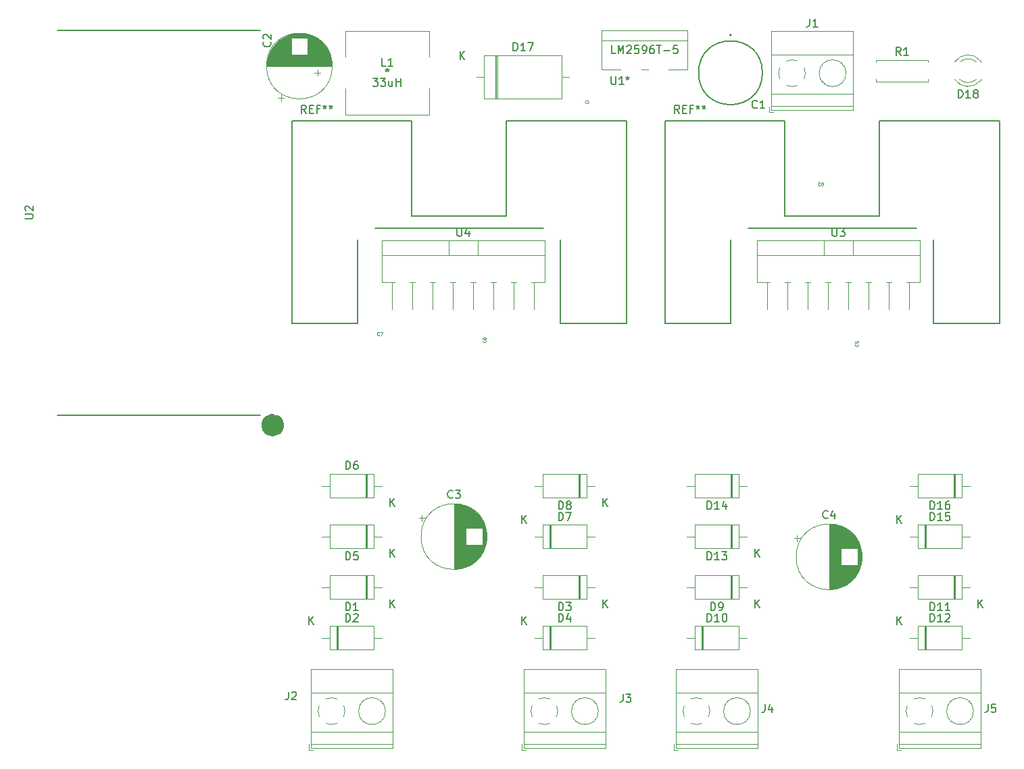
<source format=gto>
G04 #@! TF.GenerationSoftware,KiCad,Pcbnew,(6.0.5-0)*
G04 #@! TF.CreationDate,2022-09-20T15:19:48+05:30*
G04 #@! TF.ProjectId,FitBot,46697442-6f74-42e6-9b69-6361645f7063,v01*
G04 #@! TF.SameCoordinates,Original*
G04 #@! TF.FileFunction,Legend,Top*
G04 #@! TF.FilePolarity,Positive*
%FSLAX46Y46*%
G04 Gerber Fmt 4.6, Leading zero omitted, Abs format (unit mm)*
G04 Created by KiCad (PCBNEW (6.0.5-0)) date 2022-09-20 15:19:48*
%MOMM*%
%LPD*%
G01*
G04 APERTURE LIST*
%ADD10C,0.150000*%
%ADD11C,0.098425*%
%ADD12C,0.203200*%
%ADD13C,1.427832*%
%ADD14C,0.120000*%
%ADD15C,0.127000*%
%ADD16C,0.200000*%
G04 APERTURE END LIST*
D10*
G04 #@! TO.C,U2*
X33996380Y-61721904D02*
X34805904Y-61721904D01*
X34901142Y-61674285D01*
X34948761Y-61626666D01*
X34996380Y-61531428D01*
X34996380Y-61340952D01*
X34948761Y-61245714D01*
X34901142Y-61198095D01*
X34805904Y-61150476D01*
X33996380Y-61150476D01*
X34091619Y-60721904D02*
X34044000Y-60674285D01*
X33996380Y-60579047D01*
X33996380Y-60340952D01*
X34044000Y-60245714D01*
X34091619Y-60198095D01*
X34186857Y-60150476D01*
X34282095Y-60150476D01*
X34424952Y-60198095D01*
X34996380Y-60769523D01*
X34996380Y-60150476D01*
G04 #@! TO.C,D16*
X147375714Y-98172380D02*
X147375714Y-97172380D01*
X147613809Y-97172380D01*
X147756666Y-97220000D01*
X147851904Y-97315238D01*
X147899523Y-97410476D01*
X147947142Y-97600952D01*
X147947142Y-97743809D01*
X147899523Y-97934285D01*
X147851904Y-98029523D01*
X147756666Y-98124761D01*
X147613809Y-98172380D01*
X147375714Y-98172380D01*
X148899523Y-98172380D02*
X148328095Y-98172380D01*
X148613809Y-98172380D02*
X148613809Y-97172380D01*
X148518571Y-97315238D01*
X148423333Y-97410476D01*
X148328095Y-97458095D01*
X149756666Y-97172380D02*
X149566190Y-97172380D01*
X149470952Y-97220000D01*
X149423333Y-97267619D01*
X149328095Y-97410476D01*
X149280476Y-97600952D01*
X149280476Y-97981904D01*
X149328095Y-98077142D01*
X149375714Y-98124761D01*
X149470952Y-98172380D01*
X149661428Y-98172380D01*
X149756666Y-98124761D01*
X149804285Y-98077142D01*
X149851904Y-97981904D01*
X149851904Y-97743809D01*
X149804285Y-97648571D01*
X149756666Y-97600952D01*
X149661428Y-97553333D01*
X149470952Y-97553333D01*
X149375714Y-97600952D01*
X149328095Y-97648571D01*
X149280476Y-97743809D01*
G04 #@! TO.C,J3*
X108886666Y-121372380D02*
X108886666Y-122086666D01*
X108839047Y-122229523D01*
X108743809Y-122324761D01*
X108600952Y-122372380D01*
X108505714Y-122372380D01*
X109267619Y-121372380D02*
X109886666Y-121372380D01*
X109553333Y-121753333D01*
X109696190Y-121753333D01*
X109791428Y-121800952D01*
X109839047Y-121848571D01*
X109886666Y-121943809D01*
X109886666Y-122181904D01*
X109839047Y-122277142D01*
X109791428Y-122324761D01*
X109696190Y-122372380D01*
X109410476Y-122372380D01*
X109315238Y-122324761D01*
X109267619Y-122277142D01*
G04 #@! TO.C,U3*
X135123095Y-62937380D02*
X135123095Y-63746904D01*
X135170714Y-63842142D01*
X135218333Y-63889761D01*
X135313571Y-63937380D01*
X135504047Y-63937380D01*
X135599285Y-63889761D01*
X135646904Y-63842142D01*
X135694523Y-63746904D01*
X135694523Y-62937380D01*
X136075476Y-62937380D02*
X136694523Y-62937380D01*
X136361190Y-63318333D01*
X136504047Y-63318333D01*
X136599285Y-63365952D01*
X136646904Y-63413571D01*
X136694523Y-63508809D01*
X136694523Y-63746904D01*
X136646904Y-63842142D01*
X136599285Y-63889761D01*
X136504047Y-63937380D01*
X136218333Y-63937380D01*
X136123095Y-63889761D01*
X136075476Y-63842142D01*
G04 #@! TO.C,D15*
X147375714Y-99582380D02*
X147375714Y-98582380D01*
X147613809Y-98582380D01*
X147756666Y-98630000D01*
X147851904Y-98725238D01*
X147899523Y-98820476D01*
X147947142Y-99010952D01*
X147947142Y-99153809D01*
X147899523Y-99344285D01*
X147851904Y-99439523D01*
X147756666Y-99534761D01*
X147613809Y-99582380D01*
X147375714Y-99582380D01*
X148899523Y-99582380D02*
X148328095Y-99582380D01*
X148613809Y-99582380D02*
X148613809Y-98582380D01*
X148518571Y-98725238D01*
X148423333Y-98820476D01*
X148328095Y-98868095D01*
X149804285Y-98582380D02*
X149328095Y-98582380D01*
X149280476Y-99058571D01*
X149328095Y-99010952D01*
X149423333Y-98963333D01*
X149661428Y-98963333D01*
X149756666Y-99010952D01*
X149804285Y-99058571D01*
X149851904Y-99153809D01*
X149851904Y-99391904D01*
X149804285Y-99487142D01*
X149756666Y-99534761D01*
X149661428Y-99582380D01*
X149423333Y-99582380D01*
X149328095Y-99534761D01*
X149280476Y-99487142D01*
X143248095Y-99952380D02*
X143248095Y-98952380D01*
X143819523Y-99952380D02*
X143390952Y-99380952D01*
X143819523Y-98952380D02*
X143248095Y-99523809D01*
G04 #@! TO.C,D14*
X119435714Y-98172380D02*
X119435714Y-97172380D01*
X119673809Y-97172380D01*
X119816666Y-97220000D01*
X119911904Y-97315238D01*
X119959523Y-97410476D01*
X120007142Y-97600952D01*
X120007142Y-97743809D01*
X119959523Y-97934285D01*
X119911904Y-98029523D01*
X119816666Y-98124761D01*
X119673809Y-98172380D01*
X119435714Y-98172380D01*
X120959523Y-98172380D02*
X120388095Y-98172380D01*
X120673809Y-98172380D02*
X120673809Y-97172380D01*
X120578571Y-97315238D01*
X120483333Y-97410476D01*
X120388095Y-97458095D01*
X121816666Y-97505714D02*
X121816666Y-98172380D01*
X121578571Y-97124761D02*
X121340476Y-97839047D01*
X121959523Y-97839047D01*
G04 #@! TO.C,D7*
X100861904Y-99582380D02*
X100861904Y-98582380D01*
X101100000Y-98582380D01*
X101242857Y-98630000D01*
X101338095Y-98725238D01*
X101385714Y-98820476D01*
X101433333Y-99010952D01*
X101433333Y-99153809D01*
X101385714Y-99344285D01*
X101338095Y-99439523D01*
X101242857Y-99534761D01*
X101100000Y-99582380D01*
X100861904Y-99582380D01*
X101766666Y-98582380D02*
X102433333Y-98582380D01*
X102004761Y-99582380D01*
X96258095Y-99952380D02*
X96258095Y-98952380D01*
X96829523Y-99952380D02*
X96400952Y-99380952D01*
X96829523Y-98952380D02*
X96258095Y-99523809D01*
G04 #@! TO.C,D2*
X74191904Y-112282380D02*
X74191904Y-111282380D01*
X74430000Y-111282380D01*
X74572857Y-111330000D01*
X74668095Y-111425238D01*
X74715714Y-111520476D01*
X74763333Y-111710952D01*
X74763333Y-111853809D01*
X74715714Y-112044285D01*
X74668095Y-112139523D01*
X74572857Y-112234761D01*
X74430000Y-112282380D01*
X74191904Y-112282380D01*
X75144285Y-111377619D02*
X75191904Y-111330000D01*
X75287142Y-111282380D01*
X75525238Y-111282380D01*
X75620476Y-111330000D01*
X75668095Y-111377619D01*
X75715714Y-111472857D01*
X75715714Y-111568095D01*
X75668095Y-111710952D01*
X75096666Y-112282380D01*
X75715714Y-112282380D01*
X69588095Y-112652380D02*
X69588095Y-111652380D01*
X70159523Y-112652380D02*
X69730952Y-112080952D01*
X70159523Y-111652380D02*
X69588095Y-112223809D01*
D11*
G04 #@! TO.C,C6*
X91680607Y-77015616D02*
X91699355Y-77034364D01*
X91718102Y-77090607D01*
X91718102Y-77128102D01*
X91699355Y-77184345D01*
X91661859Y-77221841D01*
X91624364Y-77240588D01*
X91549373Y-77259336D01*
X91493130Y-77259336D01*
X91418140Y-77240588D01*
X91380644Y-77221841D01*
X91343149Y-77184345D01*
X91324401Y-77128102D01*
X91324401Y-77090607D01*
X91343149Y-77034364D01*
X91361897Y-77015616D01*
X91324401Y-76678158D02*
X91324401Y-76753149D01*
X91343149Y-76790644D01*
X91361897Y-76809392D01*
X91418140Y-76846887D01*
X91493130Y-76865635D01*
X91643112Y-76865635D01*
X91680607Y-76846887D01*
X91699355Y-76828140D01*
X91718102Y-76790644D01*
X91718102Y-76715654D01*
X91699355Y-76678158D01*
X91680607Y-76659411D01*
X91643112Y-76640663D01*
X91549373Y-76640663D01*
X91511878Y-76659411D01*
X91493130Y-76678158D01*
X91474383Y-76715654D01*
X91474383Y-76790644D01*
X91493130Y-76828140D01*
X91511878Y-76846887D01*
X91549373Y-76865635D01*
D10*
G04 #@! TO.C,R1*
X143703333Y-41262380D02*
X143370000Y-40786190D01*
X143131904Y-41262380D02*
X143131904Y-40262380D01*
X143512857Y-40262380D01*
X143608095Y-40310000D01*
X143655714Y-40357619D01*
X143703333Y-40452857D01*
X143703333Y-40595714D01*
X143655714Y-40690952D01*
X143608095Y-40738571D01*
X143512857Y-40786190D01*
X143131904Y-40786190D01*
X144655714Y-41262380D02*
X144084285Y-41262380D01*
X144370000Y-41262380D02*
X144370000Y-40262380D01*
X144274761Y-40405238D01*
X144179523Y-40500476D01*
X144084285Y-40548095D01*
G04 #@! TO.C,J2*
X66976666Y-121067380D02*
X66976666Y-121781666D01*
X66929047Y-121924523D01*
X66833809Y-122019761D01*
X66690952Y-122067380D01*
X66595714Y-122067380D01*
X67405238Y-121162619D02*
X67452857Y-121115000D01*
X67548095Y-121067380D01*
X67786190Y-121067380D01*
X67881428Y-121115000D01*
X67929047Y-121162619D01*
X67976666Y-121257857D01*
X67976666Y-121353095D01*
X67929047Y-121495952D01*
X67357619Y-122067380D01*
X67976666Y-122067380D01*
G04 #@! TO.C,D10*
X119435714Y-112282380D02*
X119435714Y-111282380D01*
X119673809Y-111282380D01*
X119816666Y-111330000D01*
X119911904Y-111425238D01*
X119959523Y-111520476D01*
X120007142Y-111710952D01*
X120007142Y-111853809D01*
X119959523Y-112044285D01*
X119911904Y-112139523D01*
X119816666Y-112234761D01*
X119673809Y-112282380D01*
X119435714Y-112282380D01*
X120959523Y-112282380D02*
X120388095Y-112282380D01*
X120673809Y-112282380D02*
X120673809Y-111282380D01*
X120578571Y-111425238D01*
X120483333Y-111520476D01*
X120388095Y-111568095D01*
X121578571Y-111282380D02*
X121673809Y-111282380D01*
X121769047Y-111330000D01*
X121816666Y-111377619D01*
X121864285Y-111472857D01*
X121911904Y-111663333D01*
X121911904Y-111901428D01*
X121864285Y-112091904D01*
X121816666Y-112187142D01*
X121769047Y-112234761D01*
X121673809Y-112282380D01*
X121578571Y-112282380D01*
X121483333Y-112234761D01*
X121435714Y-112187142D01*
X121388095Y-112091904D01*
X121340476Y-111901428D01*
X121340476Y-111663333D01*
X121388095Y-111472857D01*
X121435714Y-111377619D01*
X121483333Y-111330000D01*
X121578571Y-111282380D01*
G04 #@! TO.C,D13*
X119435714Y-104522380D02*
X119435714Y-103522380D01*
X119673809Y-103522380D01*
X119816666Y-103570000D01*
X119911904Y-103665238D01*
X119959523Y-103760476D01*
X120007142Y-103950952D01*
X120007142Y-104093809D01*
X119959523Y-104284285D01*
X119911904Y-104379523D01*
X119816666Y-104474761D01*
X119673809Y-104522380D01*
X119435714Y-104522380D01*
X120959523Y-104522380D02*
X120388095Y-104522380D01*
X120673809Y-104522380D02*
X120673809Y-103522380D01*
X120578571Y-103665238D01*
X120483333Y-103760476D01*
X120388095Y-103808095D01*
X121292857Y-103522380D02*
X121911904Y-103522380D01*
X121578571Y-103903333D01*
X121721428Y-103903333D01*
X121816666Y-103950952D01*
X121864285Y-103998571D01*
X121911904Y-104093809D01*
X121911904Y-104331904D01*
X121864285Y-104427142D01*
X121816666Y-104474761D01*
X121721428Y-104522380D01*
X121435714Y-104522380D01*
X121340476Y-104474761D01*
X121292857Y-104427142D01*
X125468095Y-104152380D02*
X125468095Y-103152380D01*
X126039523Y-104152380D02*
X125610952Y-103580952D01*
X126039523Y-103152380D02*
X125468095Y-103723809D01*
G04 #@! TO.C,D1*
X74191904Y-110872380D02*
X74191904Y-109872380D01*
X74430000Y-109872380D01*
X74572857Y-109920000D01*
X74668095Y-110015238D01*
X74715714Y-110110476D01*
X74763333Y-110300952D01*
X74763333Y-110443809D01*
X74715714Y-110634285D01*
X74668095Y-110729523D01*
X74572857Y-110824761D01*
X74430000Y-110872380D01*
X74191904Y-110872380D01*
X75715714Y-110872380D02*
X75144285Y-110872380D01*
X75430000Y-110872380D02*
X75430000Y-109872380D01*
X75334761Y-110015238D01*
X75239523Y-110110476D01*
X75144285Y-110158095D01*
X79748095Y-110502380D02*
X79748095Y-109502380D01*
X80319523Y-110502380D02*
X79890952Y-109930952D01*
X80319523Y-109502380D02*
X79748095Y-110073809D01*
G04 #@! TO.C,U4*
X88133095Y-62937380D02*
X88133095Y-63746904D01*
X88180714Y-63842142D01*
X88228333Y-63889761D01*
X88323571Y-63937380D01*
X88514047Y-63937380D01*
X88609285Y-63889761D01*
X88656904Y-63842142D01*
X88704523Y-63746904D01*
X88704523Y-62937380D01*
X89609285Y-63270714D02*
X89609285Y-63937380D01*
X89371190Y-62889761D02*
X89133095Y-63604047D01*
X89752142Y-63604047D01*
G04 #@! TO.C,D8*
X100861904Y-98172380D02*
X100861904Y-97172380D01*
X101100000Y-97172380D01*
X101242857Y-97220000D01*
X101338095Y-97315238D01*
X101385714Y-97410476D01*
X101433333Y-97600952D01*
X101433333Y-97743809D01*
X101385714Y-97934285D01*
X101338095Y-98029523D01*
X101242857Y-98124761D01*
X101100000Y-98172380D01*
X100861904Y-98172380D01*
X102004761Y-97600952D02*
X101909523Y-97553333D01*
X101861904Y-97505714D01*
X101814285Y-97410476D01*
X101814285Y-97362857D01*
X101861904Y-97267619D01*
X101909523Y-97220000D01*
X102004761Y-97172380D01*
X102195238Y-97172380D01*
X102290476Y-97220000D01*
X102338095Y-97267619D01*
X102385714Y-97362857D01*
X102385714Y-97410476D01*
X102338095Y-97505714D01*
X102290476Y-97553333D01*
X102195238Y-97600952D01*
X102004761Y-97600952D01*
X101909523Y-97648571D01*
X101861904Y-97696190D01*
X101814285Y-97791428D01*
X101814285Y-97981904D01*
X101861904Y-98077142D01*
X101909523Y-98124761D01*
X102004761Y-98172380D01*
X102195238Y-98172380D01*
X102290476Y-98124761D01*
X102338095Y-98077142D01*
X102385714Y-97981904D01*
X102385714Y-97791428D01*
X102338095Y-97696190D01*
X102290476Y-97648571D01*
X102195238Y-97600952D01*
X106418095Y-97802380D02*
X106418095Y-96802380D01*
X106989523Y-97802380D02*
X106560952Y-97230952D01*
X106989523Y-96802380D02*
X106418095Y-97373809D01*
G04 #@! TO.C,D11*
X147375714Y-110872380D02*
X147375714Y-109872380D01*
X147613809Y-109872380D01*
X147756666Y-109920000D01*
X147851904Y-110015238D01*
X147899523Y-110110476D01*
X147947142Y-110300952D01*
X147947142Y-110443809D01*
X147899523Y-110634285D01*
X147851904Y-110729523D01*
X147756666Y-110824761D01*
X147613809Y-110872380D01*
X147375714Y-110872380D01*
X148899523Y-110872380D02*
X148328095Y-110872380D01*
X148613809Y-110872380D02*
X148613809Y-109872380D01*
X148518571Y-110015238D01*
X148423333Y-110110476D01*
X148328095Y-110158095D01*
X149851904Y-110872380D02*
X149280476Y-110872380D01*
X149566190Y-110872380D02*
X149566190Y-109872380D01*
X149470952Y-110015238D01*
X149375714Y-110110476D01*
X149280476Y-110158095D01*
X153408095Y-110502380D02*
X153408095Y-109502380D01*
X153979523Y-110502380D02*
X153550952Y-109930952D01*
X153979523Y-109502380D02*
X153408095Y-110073809D01*
G04 #@! TO.C,U1*
X107438095Y-43907680D02*
X107438095Y-44717204D01*
X107485714Y-44812442D01*
X107533333Y-44860061D01*
X107628571Y-44907680D01*
X107819047Y-44907680D01*
X107914285Y-44860061D01*
X107961904Y-44812442D01*
X108009523Y-44717204D01*
X108009523Y-43907680D01*
X109009523Y-44907680D02*
X108438095Y-44907680D01*
X108723809Y-44907680D02*
X108723809Y-43907680D01*
X108628571Y-44050538D01*
X108533333Y-44145776D01*
X108438095Y-44193395D01*
X107960742Y-41021480D02*
X107484552Y-41021480D01*
X107484552Y-40021480D01*
X108294076Y-41021480D02*
X108294076Y-40021480D01*
X108627409Y-40735766D01*
X108960742Y-40021480D01*
X108960742Y-41021480D01*
X109389314Y-40116719D02*
X109436933Y-40069100D01*
X109532171Y-40021480D01*
X109770266Y-40021480D01*
X109865504Y-40069100D01*
X109913123Y-40116719D01*
X109960742Y-40211957D01*
X109960742Y-40307195D01*
X109913123Y-40450052D01*
X109341695Y-41021480D01*
X109960742Y-41021480D01*
X110865504Y-40021480D02*
X110389314Y-40021480D01*
X110341695Y-40497671D01*
X110389314Y-40450052D01*
X110484552Y-40402433D01*
X110722647Y-40402433D01*
X110817885Y-40450052D01*
X110865504Y-40497671D01*
X110913123Y-40592909D01*
X110913123Y-40831004D01*
X110865504Y-40926242D01*
X110817885Y-40973861D01*
X110722647Y-41021480D01*
X110484552Y-41021480D01*
X110389314Y-40973861D01*
X110341695Y-40926242D01*
X111389314Y-41021480D02*
X111579790Y-41021480D01*
X111675028Y-40973861D01*
X111722647Y-40926242D01*
X111817885Y-40783385D01*
X111865504Y-40592909D01*
X111865504Y-40211957D01*
X111817885Y-40116719D01*
X111770266Y-40069100D01*
X111675028Y-40021480D01*
X111484552Y-40021480D01*
X111389314Y-40069100D01*
X111341695Y-40116719D01*
X111294076Y-40211957D01*
X111294076Y-40450052D01*
X111341695Y-40545290D01*
X111389314Y-40592909D01*
X111484552Y-40640528D01*
X111675028Y-40640528D01*
X111770266Y-40592909D01*
X111817885Y-40545290D01*
X111865504Y-40450052D01*
X112722647Y-40021480D02*
X112532171Y-40021480D01*
X112436933Y-40069100D01*
X112389314Y-40116719D01*
X112294076Y-40259576D01*
X112246457Y-40450052D01*
X112246457Y-40831004D01*
X112294076Y-40926242D01*
X112341695Y-40973861D01*
X112436933Y-41021480D01*
X112627409Y-41021480D01*
X112722647Y-40973861D01*
X112770266Y-40926242D01*
X112817885Y-40831004D01*
X112817885Y-40592909D01*
X112770266Y-40497671D01*
X112722647Y-40450052D01*
X112627409Y-40402433D01*
X112436933Y-40402433D01*
X112341695Y-40450052D01*
X112294076Y-40497671D01*
X112246457Y-40592909D01*
X113103600Y-40021480D02*
X113675028Y-40021480D01*
X113389314Y-41021480D02*
X113389314Y-40021480D01*
X114008361Y-40640528D02*
X114770266Y-40640528D01*
X115722647Y-40021480D02*
X115246457Y-40021480D01*
X115198838Y-40497671D01*
X115246457Y-40450052D01*
X115341695Y-40402433D01*
X115579790Y-40402433D01*
X115675028Y-40450052D01*
X115722647Y-40497671D01*
X115770266Y-40592909D01*
X115770266Y-40831004D01*
X115722647Y-40926242D01*
X115675028Y-40973861D01*
X115579790Y-41021480D01*
X115341695Y-41021480D01*
X115246457Y-40973861D01*
X115198838Y-40926242D01*
X109470000Y-43907680D02*
X109470000Y-44145776D01*
X109231904Y-44050538D02*
X109470000Y-44145776D01*
X109708095Y-44050538D01*
X109327142Y-44336252D02*
X109470000Y-44145776D01*
X109612857Y-44336252D01*
G04 #@! TO.C,D5*
X74191904Y-104522380D02*
X74191904Y-103522380D01*
X74430000Y-103522380D01*
X74572857Y-103570000D01*
X74668095Y-103665238D01*
X74715714Y-103760476D01*
X74763333Y-103950952D01*
X74763333Y-104093809D01*
X74715714Y-104284285D01*
X74668095Y-104379523D01*
X74572857Y-104474761D01*
X74430000Y-104522380D01*
X74191904Y-104522380D01*
X75668095Y-103522380D02*
X75191904Y-103522380D01*
X75144285Y-103998571D01*
X75191904Y-103950952D01*
X75287142Y-103903333D01*
X75525238Y-103903333D01*
X75620476Y-103950952D01*
X75668095Y-103998571D01*
X75715714Y-104093809D01*
X75715714Y-104331904D01*
X75668095Y-104427142D01*
X75620476Y-104474761D01*
X75525238Y-104522380D01*
X75287142Y-104522380D01*
X75191904Y-104474761D01*
X75144285Y-104427142D01*
X79748095Y-104152380D02*
X79748095Y-103152380D01*
X80319523Y-104152380D02*
X79890952Y-103580952D01*
X80319523Y-103152380D02*
X79748095Y-103723809D01*
G04 #@! TO.C,D9*
X119911904Y-110872380D02*
X119911904Y-109872380D01*
X120150000Y-109872380D01*
X120292857Y-109920000D01*
X120388095Y-110015238D01*
X120435714Y-110110476D01*
X120483333Y-110300952D01*
X120483333Y-110443809D01*
X120435714Y-110634285D01*
X120388095Y-110729523D01*
X120292857Y-110824761D01*
X120150000Y-110872380D01*
X119911904Y-110872380D01*
X120959523Y-110872380D02*
X121150000Y-110872380D01*
X121245238Y-110824761D01*
X121292857Y-110777142D01*
X121388095Y-110634285D01*
X121435714Y-110443809D01*
X121435714Y-110062857D01*
X121388095Y-109967619D01*
X121340476Y-109920000D01*
X121245238Y-109872380D01*
X121054761Y-109872380D01*
X120959523Y-109920000D01*
X120911904Y-109967619D01*
X120864285Y-110062857D01*
X120864285Y-110300952D01*
X120911904Y-110396190D01*
X120959523Y-110443809D01*
X121054761Y-110491428D01*
X121245238Y-110491428D01*
X121340476Y-110443809D01*
X121388095Y-110396190D01*
X121435714Y-110300952D01*
X125468095Y-110502380D02*
X125468095Y-109502380D01*
X126039523Y-110502380D02*
X125610952Y-109930952D01*
X126039523Y-109502380D02*
X125468095Y-110073809D01*
G04 #@! TO.C,C1*
X125703333Y-47797142D02*
X125655714Y-47844761D01*
X125512857Y-47892380D01*
X125417619Y-47892380D01*
X125274761Y-47844761D01*
X125179523Y-47749523D01*
X125131904Y-47654285D01*
X125084285Y-47463809D01*
X125084285Y-47320952D01*
X125131904Y-47130476D01*
X125179523Y-47035238D01*
X125274761Y-46940000D01*
X125417619Y-46892380D01*
X125512857Y-46892380D01*
X125655714Y-46940000D01*
X125703333Y-46987619D01*
X126655714Y-47892380D02*
X126084285Y-47892380D01*
X126370000Y-47892380D02*
X126370000Y-46892380D01*
X126274761Y-47035238D01*
X126179523Y-47130476D01*
X126084285Y-47178095D01*
D11*
G04 #@! TO.C,C7*
X78364383Y-76340607D02*
X78345635Y-76359355D01*
X78289392Y-76378102D01*
X78251897Y-76378102D01*
X78195654Y-76359355D01*
X78158158Y-76321859D01*
X78139411Y-76284364D01*
X78120663Y-76209373D01*
X78120663Y-76153130D01*
X78139411Y-76078140D01*
X78158158Y-76040644D01*
X78195654Y-76003149D01*
X78251897Y-75984401D01*
X78289392Y-75984401D01*
X78345635Y-76003149D01*
X78364383Y-76021897D01*
X78495616Y-75984401D02*
X78758084Y-75984401D01*
X78589355Y-76378102D01*
D10*
G04 #@! TO.C,J1*
X132281666Y-36687380D02*
X132281666Y-37401666D01*
X132234047Y-37544523D01*
X132138809Y-37639761D01*
X131995952Y-37687380D01*
X131900714Y-37687380D01*
X133281666Y-37687380D02*
X132710238Y-37687380D01*
X132995952Y-37687380D02*
X132995952Y-36687380D01*
X132900714Y-36830238D01*
X132805476Y-36925476D01*
X132710238Y-36973095D01*
G04 #@! TO.C,REF\u002A\u002A*
X115961666Y-48507380D02*
X115628333Y-48031190D01*
X115390238Y-48507380D02*
X115390238Y-47507380D01*
X115771190Y-47507380D01*
X115866428Y-47555000D01*
X115914047Y-47602619D01*
X115961666Y-47697857D01*
X115961666Y-47840714D01*
X115914047Y-47935952D01*
X115866428Y-47983571D01*
X115771190Y-48031190D01*
X115390238Y-48031190D01*
X116390238Y-47983571D02*
X116723571Y-47983571D01*
X116866428Y-48507380D02*
X116390238Y-48507380D01*
X116390238Y-47507380D01*
X116866428Y-47507380D01*
X117628333Y-47983571D02*
X117295000Y-47983571D01*
X117295000Y-48507380D02*
X117295000Y-47507380D01*
X117771190Y-47507380D01*
X118295000Y-47507380D02*
X118295000Y-47745476D01*
X118056904Y-47650238D02*
X118295000Y-47745476D01*
X118533095Y-47650238D01*
X118152142Y-47935952D02*
X118295000Y-47745476D01*
X118437857Y-47935952D01*
X119056904Y-47507380D02*
X119056904Y-47745476D01*
X118818809Y-47650238D02*
X119056904Y-47745476D01*
X119295000Y-47650238D01*
X118914047Y-47935952D02*
X119056904Y-47745476D01*
X119199761Y-47935952D01*
G04 #@! TO.C,D6*
X74191904Y-93162380D02*
X74191904Y-92162380D01*
X74430000Y-92162380D01*
X74572857Y-92210000D01*
X74668095Y-92305238D01*
X74715714Y-92400476D01*
X74763333Y-92590952D01*
X74763333Y-92733809D01*
X74715714Y-92924285D01*
X74668095Y-93019523D01*
X74572857Y-93114761D01*
X74430000Y-93162380D01*
X74191904Y-93162380D01*
X75620476Y-92162380D02*
X75430000Y-92162380D01*
X75334761Y-92210000D01*
X75287142Y-92257619D01*
X75191904Y-92400476D01*
X75144285Y-92590952D01*
X75144285Y-92971904D01*
X75191904Y-93067142D01*
X75239523Y-93114761D01*
X75334761Y-93162380D01*
X75525238Y-93162380D01*
X75620476Y-93114761D01*
X75668095Y-93067142D01*
X75715714Y-92971904D01*
X75715714Y-92733809D01*
X75668095Y-92638571D01*
X75620476Y-92590952D01*
X75525238Y-92543333D01*
X75334761Y-92543333D01*
X75239523Y-92590952D01*
X75191904Y-92638571D01*
X75144285Y-92733809D01*
X79748095Y-97802380D02*
X79748095Y-96802380D01*
X80319523Y-97802380D02*
X79890952Y-97230952D01*
X80319523Y-96802380D02*
X79748095Y-97373809D01*
G04 #@! TO.C,C2*
X64721414Y-39547081D02*
X64769033Y-39594700D01*
X64816652Y-39737557D01*
X64816652Y-39832795D01*
X64769033Y-39975653D01*
X64673795Y-40070891D01*
X64578557Y-40118510D01*
X64388081Y-40166129D01*
X64245224Y-40166129D01*
X64054748Y-40118510D01*
X63959510Y-40070891D01*
X63864272Y-39975653D01*
X63816652Y-39832795D01*
X63816652Y-39737557D01*
X63864272Y-39594700D01*
X63911891Y-39547081D01*
X63911891Y-39166129D02*
X63864272Y-39118510D01*
X63816652Y-39023272D01*
X63816652Y-38785176D01*
X63864272Y-38689938D01*
X63911891Y-38642319D01*
X64007129Y-38594700D01*
X64102367Y-38594700D01*
X64245224Y-38642319D01*
X64816652Y-39213748D01*
X64816652Y-38594700D01*
G04 #@! TO.C,D18*
X150910714Y-46592380D02*
X150910714Y-45592380D01*
X151148809Y-45592380D01*
X151291666Y-45640000D01*
X151386904Y-45735238D01*
X151434523Y-45830476D01*
X151482142Y-46020952D01*
X151482142Y-46163809D01*
X151434523Y-46354285D01*
X151386904Y-46449523D01*
X151291666Y-46544761D01*
X151148809Y-46592380D01*
X150910714Y-46592380D01*
X152434523Y-46592380D02*
X151863095Y-46592380D01*
X152148809Y-46592380D02*
X152148809Y-45592380D01*
X152053571Y-45735238D01*
X151958333Y-45830476D01*
X151863095Y-45878095D01*
X153005952Y-46020952D02*
X152910714Y-45973333D01*
X152863095Y-45925714D01*
X152815476Y-45830476D01*
X152815476Y-45782857D01*
X152863095Y-45687619D01*
X152910714Y-45640000D01*
X153005952Y-45592380D01*
X153196428Y-45592380D01*
X153291666Y-45640000D01*
X153339285Y-45687619D01*
X153386904Y-45782857D01*
X153386904Y-45830476D01*
X153339285Y-45925714D01*
X153291666Y-45973333D01*
X153196428Y-46020952D01*
X153005952Y-46020952D01*
X152910714Y-46068571D01*
X152863095Y-46116190D01*
X152815476Y-46211428D01*
X152815476Y-46401904D01*
X152863095Y-46497142D01*
X152910714Y-46544761D01*
X153005952Y-46592380D01*
X153196428Y-46592380D01*
X153291666Y-46544761D01*
X153339285Y-46497142D01*
X153386904Y-46401904D01*
X153386904Y-46211428D01*
X153339285Y-46116190D01*
X153291666Y-46068571D01*
X153196428Y-46020952D01*
G04 #@! TO.C,L1*
X79203333Y-42582880D02*
X78727142Y-42582880D01*
X78727142Y-41582880D01*
X80060476Y-42582880D02*
X79489047Y-42582880D01*
X79774761Y-42582880D02*
X79774761Y-41582880D01*
X79679523Y-41725738D01*
X79584285Y-41820976D01*
X79489047Y-41868595D01*
X77584285Y-44122880D02*
X78203333Y-44122880D01*
X77870000Y-44503833D01*
X78012857Y-44503833D01*
X78108095Y-44551452D01*
X78155714Y-44599071D01*
X78203333Y-44694309D01*
X78203333Y-44932404D01*
X78155714Y-45027642D01*
X78108095Y-45075261D01*
X78012857Y-45122880D01*
X77727142Y-45122880D01*
X77631904Y-45075261D01*
X77584285Y-45027642D01*
X78536666Y-44122880D02*
X79155714Y-44122880D01*
X78822380Y-44503833D01*
X78965238Y-44503833D01*
X79060476Y-44551452D01*
X79108095Y-44599071D01*
X79155714Y-44694309D01*
X79155714Y-44932404D01*
X79108095Y-45027642D01*
X79060476Y-45075261D01*
X78965238Y-45122880D01*
X78679523Y-45122880D01*
X78584285Y-45075261D01*
X78536666Y-45027642D01*
X80012857Y-44456214D02*
X80012857Y-45122880D01*
X79584285Y-44456214D02*
X79584285Y-44980023D01*
X79631904Y-45075261D01*
X79727142Y-45122880D01*
X79870000Y-45122880D01*
X79965238Y-45075261D01*
X80012857Y-45027642D01*
X80489047Y-45122880D02*
X80489047Y-44122880D01*
X80489047Y-44599071D02*
X81060476Y-44599071D01*
X81060476Y-45122880D02*
X81060476Y-44122880D01*
X79370000Y-42892380D02*
X79370000Y-43130476D01*
X79131904Y-43035238D02*
X79370000Y-43130476D01*
X79608095Y-43035238D01*
X79227142Y-43320952D02*
X79370000Y-43130476D01*
X79512857Y-43320952D01*
G04 #@! TO.C,D3*
X100861904Y-110872380D02*
X100861904Y-109872380D01*
X101100000Y-109872380D01*
X101242857Y-109920000D01*
X101338095Y-110015238D01*
X101385714Y-110110476D01*
X101433333Y-110300952D01*
X101433333Y-110443809D01*
X101385714Y-110634285D01*
X101338095Y-110729523D01*
X101242857Y-110824761D01*
X101100000Y-110872380D01*
X100861904Y-110872380D01*
X101766666Y-109872380D02*
X102385714Y-109872380D01*
X102052380Y-110253333D01*
X102195238Y-110253333D01*
X102290476Y-110300952D01*
X102338095Y-110348571D01*
X102385714Y-110443809D01*
X102385714Y-110681904D01*
X102338095Y-110777142D01*
X102290476Y-110824761D01*
X102195238Y-110872380D01*
X101909523Y-110872380D01*
X101814285Y-110824761D01*
X101766666Y-110777142D01*
X106418095Y-110502380D02*
X106418095Y-109502380D01*
X106989523Y-110502380D02*
X106560952Y-109930952D01*
X106989523Y-109502380D02*
X106418095Y-110073809D01*
G04 #@! TO.C,J4*
X126666666Y-122646880D02*
X126666666Y-123361166D01*
X126619047Y-123504023D01*
X126523809Y-123599261D01*
X126380952Y-123646880D01*
X126285714Y-123646880D01*
X127571428Y-122980214D02*
X127571428Y-123646880D01*
X127333333Y-122599261D02*
X127095238Y-123313547D01*
X127714285Y-123313547D01*
G04 #@! TO.C,D17*
X95155714Y-40672380D02*
X95155714Y-39672380D01*
X95393809Y-39672380D01*
X95536666Y-39720000D01*
X95631904Y-39815238D01*
X95679523Y-39910476D01*
X95727142Y-40100952D01*
X95727142Y-40243809D01*
X95679523Y-40434285D01*
X95631904Y-40529523D01*
X95536666Y-40624761D01*
X95393809Y-40672380D01*
X95155714Y-40672380D01*
X96679523Y-40672380D02*
X96108095Y-40672380D01*
X96393809Y-40672380D02*
X96393809Y-39672380D01*
X96298571Y-39815238D01*
X96203333Y-39910476D01*
X96108095Y-39958095D01*
X97012857Y-39672380D02*
X97679523Y-39672380D01*
X97250952Y-40672380D01*
X88488095Y-41792380D02*
X88488095Y-40792380D01*
X89059523Y-41792380D02*
X88630952Y-41220952D01*
X89059523Y-40792380D02*
X88488095Y-41363809D01*
G04 #@! TO.C,C3*
X87560682Y-96707142D02*
X87513063Y-96754761D01*
X87370206Y-96802380D01*
X87274968Y-96802380D01*
X87132110Y-96754761D01*
X87036872Y-96659523D01*
X86989253Y-96564285D01*
X86941634Y-96373809D01*
X86941634Y-96230952D01*
X86989253Y-96040476D01*
X87036872Y-95945238D01*
X87132110Y-95850000D01*
X87274968Y-95802380D01*
X87370206Y-95802380D01*
X87513063Y-95850000D01*
X87560682Y-95897619D01*
X87894015Y-95802380D02*
X88513063Y-95802380D01*
X88179729Y-96183333D01*
X88322587Y-96183333D01*
X88417825Y-96230952D01*
X88465444Y-96278571D01*
X88513063Y-96373809D01*
X88513063Y-96611904D01*
X88465444Y-96707142D01*
X88417825Y-96754761D01*
X88322587Y-96802380D01*
X88036872Y-96802380D01*
X87941634Y-96754761D01*
X87894015Y-96707142D01*
G04 #@! TO.C,D4*
X100861904Y-112282380D02*
X100861904Y-111282380D01*
X101100000Y-111282380D01*
X101242857Y-111330000D01*
X101338095Y-111425238D01*
X101385714Y-111520476D01*
X101433333Y-111710952D01*
X101433333Y-111853809D01*
X101385714Y-112044285D01*
X101338095Y-112139523D01*
X101242857Y-112234761D01*
X101100000Y-112282380D01*
X100861904Y-112282380D01*
X102290476Y-111615714D02*
X102290476Y-112282380D01*
X102052380Y-111234761D02*
X101814285Y-111949047D01*
X102433333Y-111949047D01*
X96258095Y-112652380D02*
X96258095Y-111652380D01*
X96829523Y-112652380D02*
X96400952Y-112080952D01*
X96829523Y-111652380D02*
X96258095Y-112223809D01*
D11*
G04 #@! TO.C,C5*
X138316607Y-77480616D02*
X138335355Y-77499364D01*
X138354102Y-77555607D01*
X138354102Y-77593102D01*
X138335355Y-77649345D01*
X138297859Y-77686841D01*
X138260364Y-77705588D01*
X138185373Y-77724336D01*
X138129130Y-77724336D01*
X138054140Y-77705588D01*
X138016644Y-77686841D01*
X137979149Y-77649345D01*
X137960401Y-77593102D01*
X137960401Y-77555607D01*
X137979149Y-77499364D01*
X137997897Y-77480616D01*
X137960401Y-77124411D02*
X137960401Y-77311887D01*
X138147878Y-77330635D01*
X138129130Y-77311887D01*
X138110383Y-77274392D01*
X138110383Y-77180654D01*
X138129130Y-77143158D01*
X138147878Y-77124411D01*
X138185373Y-77105663D01*
X138279112Y-77105663D01*
X138316607Y-77124411D01*
X138335355Y-77143158D01*
X138354102Y-77180654D01*
X138354102Y-77274392D01*
X138335355Y-77311887D01*
X138316607Y-77330635D01*
D10*
G04 #@! TO.C,J5*
X154606666Y-122642380D02*
X154606666Y-123356666D01*
X154559047Y-123499523D01*
X154463809Y-123594761D01*
X154320952Y-123642380D01*
X154225714Y-123642380D01*
X155559047Y-122642380D02*
X155082857Y-122642380D01*
X155035238Y-123118571D01*
X155082857Y-123070952D01*
X155178095Y-123023333D01*
X155416190Y-123023333D01*
X155511428Y-123070952D01*
X155559047Y-123118571D01*
X155606666Y-123213809D01*
X155606666Y-123451904D01*
X155559047Y-123547142D01*
X155511428Y-123594761D01*
X155416190Y-123642380D01*
X155178095Y-123642380D01*
X155082857Y-123594761D01*
X155035238Y-123547142D01*
D11*
G04 #@! TO.C,C8*
X133606383Y-57544607D02*
X133587635Y-57563355D01*
X133531392Y-57582102D01*
X133493897Y-57582102D01*
X133437654Y-57563355D01*
X133400158Y-57525859D01*
X133381411Y-57488364D01*
X133362663Y-57413373D01*
X133362663Y-57357130D01*
X133381411Y-57282140D01*
X133400158Y-57244644D01*
X133437654Y-57207149D01*
X133493897Y-57188401D01*
X133531392Y-57188401D01*
X133587635Y-57207149D01*
X133606383Y-57225897D01*
X133831355Y-57357130D02*
X133793859Y-57338383D01*
X133775112Y-57319635D01*
X133756364Y-57282140D01*
X133756364Y-57263392D01*
X133775112Y-57225897D01*
X133793859Y-57207149D01*
X133831355Y-57188401D01*
X133906345Y-57188401D01*
X133943841Y-57207149D01*
X133962588Y-57225897D01*
X133981336Y-57263392D01*
X133981336Y-57282140D01*
X133962588Y-57319635D01*
X133943841Y-57338383D01*
X133906345Y-57357130D01*
X133831355Y-57357130D01*
X133793859Y-57375878D01*
X133775112Y-57394626D01*
X133756364Y-57432121D01*
X133756364Y-57507112D01*
X133775112Y-57544607D01*
X133793859Y-57563355D01*
X133831355Y-57582102D01*
X133906345Y-57582102D01*
X133943841Y-57563355D01*
X133962588Y-57544607D01*
X133981336Y-57507112D01*
X133981336Y-57432121D01*
X133962588Y-57394626D01*
X133943841Y-57375878D01*
X133906345Y-57357130D01*
D10*
G04 #@! TO.C,C4*
X134550682Y-99247142D02*
X134503063Y-99294761D01*
X134360206Y-99342380D01*
X134264968Y-99342380D01*
X134122110Y-99294761D01*
X134026872Y-99199523D01*
X133979253Y-99104285D01*
X133931634Y-98913809D01*
X133931634Y-98770952D01*
X133979253Y-98580476D01*
X134026872Y-98485238D01*
X134122110Y-98390000D01*
X134264968Y-98342380D01*
X134360206Y-98342380D01*
X134503063Y-98390000D01*
X134550682Y-98437619D01*
X135407825Y-98675714D02*
X135407825Y-99342380D01*
X135169729Y-98294761D02*
X134931634Y-99009047D01*
X135550682Y-99009047D01*
G04 #@! TO.C,REF\u002A\u002A*
X69211666Y-48507380D02*
X68878333Y-48031190D01*
X68640238Y-48507380D02*
X68640238Y-47507380D01*
X69021190Y-47507380D01*
X69116428Y-47555000D01*
X69164047Y-47602619D01*
X69211666Y-47697857D01*
X69211666Y-47840714D01*
X69164047Y-47935952D01*
X69116428Y-47983571D01*
X69021190Y-48031190D01*
X68640238Y-48031190D01*
X69640238Y-47983571D02*
X69973571Y-47983571D01*
X70116428Y-48507380D02*
X69640238Y-48507380D01*
X69640238Y-47507380D01*
X70116428Y-47507380D01*
X70878333Y-47983571D02*
X70545000Y-47983571D01*
X70545000Y-48507380D02*
X70545000Y-47507380D01*
X71021190Y-47507380D01*
X71545000Y-47507380D02*
X71545000Y-47745476D01*
X71306904Y-47650238D02*
X71545000Y-47745476D01*
X71783095Y-47650238D01*
X71402142Y-47935952D02*
X71545000Y-47745476D01*
X71687857Y-47935952D01*
X72306904Y-47507380D02*
X72306904Y-47745476D01*
X72068809Y-47650238D02*
X72306904Y-47745476D01*
X72545000Y-47650238D01*
X72164047Y-47935952D02*
X72306904Y-47745476D01*
X72449761Y-47935952D01*
G04 #@! TO.C,D12*
X147375714Y-112282380D02*
X147375714Y-111282380D01*
X147613809Y-111282380D01*
X147756666Y-111330000D01*
X147851904Y-111425238D01*
X147899523Y-111520476D01*
X147947142Y-111710952D01*
X147947142Y-111853809D01*
X147899523Y-112044285D01*
X147851904Y-112139523D01*
X147756666Y-112234761D01*
X147613809Y-112282380D01*
X147375714Y-112282380D01*
X148899523Y-112282380D02*
X148328095Y-112282380D01*
X148613809Y-112282380D02*
X148613809Y-111282380D01*
X148518571Y-111425238D01*
X148423333Y-111520476D01*
X148328095Y-111568095D01*
X149280476Y-111377619D02*
X149328095Y-111330000D01*
X149423333Y-111282380D01*
X149661428Y-111282380D01*
X149756666Y-111330000D01*
X149804285Y-111377619D01*
X149851904Y-111472857D01*
X149851904Y-111568095D01*
X149804285Y-111710952D01*
X149232857Y-112282380D01*
X149851904Y-112282380D01*
X143248095Y-112652380D02*
X143248095Y-111652380D01*
X143819523Y-112652380D02*
X143390952Y-112080952D01*
X143819523Y-111652380D02*
X143248095Y-112223809D01*
D12*
G04 #@! TO.C,U2*
X63500000Y-38100000D02*
X38100000Y-38100000D01*
X63500000Y-86360000D02*
X38100000Y-86360000D01*
D13*
X65737916Y-87630000D02*
G75*
G03*
X65737916Y-87630000I-713916J0D01*
G01*
D14*
G04 #@! TO.C,D16*
X145870000Y-93780000D02*
X145870000Y-96720000D01*
X151310000Y-93780000D02*
X145870000Y-93780000D01*
X150530000Y-96720000D02*
X150530000Y-93780000D01*
X144850000Y-95250000D02*
X145870000Y-95250000D01*
X150290000Y-96720000D02*
X150290000Y-93780000D01*
X150410000Y-96720000D02*
X150410000Y-93780000D01*
X152330000Y-95250000D02*
X151310000Y-95250000D01*
X151310000Y-96720000D02*
X151310000Y-93780000D01*
X145870000Y-96720000D02*
X151310000Y-96720000D01*
G04 #@! TO.C,J3*
X96455000Y-127595000D02*
X106735000Y-127595000D01*
X102908000Y-124518000D02*
X102861000Y-124564000D01*
X96455000Y-118234000D02*
X96455000Y-128155000D01*
X103101000Y-124734000D02*
X103066000Y-124769000D01*
X96455000Y-126095000D02*
X106735000Y-126095000D01*
X96455000Y-118234000D02*
X106735000Y-118234000D01*
X105410000Y-122426000D02*
X105363000Y-122472000D01*
X96215000Y-128395000D02*
X96715000Y-128395000D01*
X96215000Y-127655000D02*
X96215000Y-128395000D01*
X96455000Y-121194000D02*
X106735000Y-121194000D01*
X105205000Y-122220000D02*
X105170000Y-122256000D01*
X106735000Y-118234000D02*
X106735000Y-128155000D01*
X96455000Y-128155000D02*
X106735000Y-128155000D01*
X100590001Y-124179000D02*
G75*
G03*
X100590427Y-122811958I-1535001J684000D01*
G01*
X99055000Y-125175000D02*
G75*
G03*
X99738318Y-125029756I0J1680000D01*
G01*
X99739000Y-121960000D02*
G75*
G03*
X98371958Y-121959573I-684001J-1534993D01*
G01*
X98371000Y-125030000D02*
G75*
G03*
X99083805Y-125175253I683999J1535001D01*
G01*
X97520000Y-122811000D02*
G75*
G03*
X97519573Y-124178042I1534993J-684001D01*
G01*
X105815000Y-123495000D02*
G75*
G03*
X105815000Y-123495000I-1680000J0D01*
G01*
G04 #@! TO.C,U3*
X142235000Y-69726000D02*
X142235000Y-73120000D01*
X144775000Y-69726000D02*
X144775000Y-73120000D01*
X126995000Y-69726000D02*
X126995000Y-73135000D01*
X131730000Y-69726000D02*
X132421000Y-69726000D01*
X137155000Y-69726000D02*
X137155000Y-73120000D01*
X132075000Y-69726000D02*
X132075000Y-73120000D01*
X137735000Y-64485000D02*
X137735000Y-66325000D01*
X125665000Y-69726000D02*
X127341000Y-69726000D01*
X144430000Y-69726000D02*
X146105000Y-69726000D01*
X146105000Y-64485000D02*
X146105000Y-69726000D01*
X136810000Y-69726000D02*
X137501000Y-69726000D01*
X134615000Y-69726000D02*
X134615000Y-73120000D01*
X134270000Y-69726000D02*
X134961000Y-69726000D01*
X139695000Y-69726000D02*
X139695000Y-73120000D01*
X129190000Y-69726000D02*
X129881000Y-69726000D01*
X139350000Y-69726000D02*
X140041000Y-69726000D01*
X125665000Y-64485000D02*
X125665000Y-69726000D01*
X141890000Y-69726000D02*
X142581000Y-69726000D01*
X134036000Y-64485000D02*
X134036000Y-66325000D01*
X125665000Y-66325000D02*
X146105000Y-66325000D01*
X125665000Y-64485000D02*
X146105000Y-64485000D01*
X129535000Y-69726000D02*
X129535000Y-73120000D01*
G04 #@! TO.C,D15*
X145870000Y-100130000D02*
X145870000Y-103070000D01*
X152330000Y-101600000D02*
X151310000Y-101600000D01*
X146770000Y-100130000D02*
X146770000Y-103070000D01*
X151310000Y-100130000D02*
X145870000Y-100130000D01*
X146890000Y-100130000D02*
X146890000Y-103070000D01*
X146650000Y-100130000D02*
X146650000Y-103070000D01*
X151310000Y-103070000D02*
X151310000Y-100130000D01*
X144850000Y-101600000D02*
X145870000Y-101600000D01*
X145870000Y-103070000D02*
X151310000Y-103070000D01*
G04 #@! TO.C,D14*
X123370000Y-96720000D02*
X123370000Y-93780000D01*
X123370000Y-93780000D02*
X117930000Y-93780000D01*
X117930000Y-93780000D02*
X117930000Y-96720000D01*
X122350000Y-96720000D02*
X122350000Y-93780000D01*
X122470000Y-96720000D02*
X122470000Y-93780000D01*
X117930000Y-96720000D02*
X123370000Y-96720000D01*
X116910000Y-95250000D02*
X117930000Y-95250000D01*
X122590000Y-96720000D02*
X122590000Y-93780000D01*
X124390000Y-95250000D02*
X123370000Y-95250000D01*
G04 #@! TO.C,D7*
X105340000Y-101600000D02*
X104320000Y-101600000D01*
X104320000Y-100130000D02*
X98880000Y-100130000D01*
X99660000Y-100130000D02*
X99660000Y-103070000D01*
X97860000Y-101600000D02*
X98880000Y-101600000D01*
X98880000Y-103070000D02*
X104320000Y-103070000D01*
X99780000Y-100130000D02*
X99780000Y-103070000D01*
X99900000Y-100130000D02*
X99900000Y-103070000D01*
X104320000Y-103070000D02*
X104320000Y-100130000D01*
X98880000Y-100130000D02*
X98880000Y-103070000D01*
G04 #@! TO.C,D2*
X72990000Y-112830000D02*
X72990000Y-115770000D01*
X73110000Y-112830000D02*
X73110000Y-115770000D01*
X72210000Y-115770000D02*
X77650000Y-115770000D01*
X71190000Y-114300000D02*
X72210000Y-114300000D01*
X72210000Y-112830000D02*
X72210000Y-115770000D01*
X77650000Y-112830000D02*
X72210000Y-112830000D01*
X78670000Y-114300000D02*
X77650000Y-114300000D01*
X77650000Y-115770000D02*
X77650000Y-112830000D01*
X73230000Y-112830000D02*
X73230000Y-115770000D01*
G04 #@! TO.C,R1*
X140600000Y-44220000D02*
X140600000Y-44550000D01*
X140600000Y-42140000D02*
X140600000Y-41810000D01*
X140600000Y-41810000D02*
X147140000Y-41810000D01*
X147140000Y-41810000D02*
X147140000Y-42140000D01*
X140600000Y-44550000D02*
X147140000Y-44550000D01*
X147140000Y-44550000D02*
X147140000Y-44220000D01*
G04 #@! TO.C,J2*
X80065000Y-118234000D02*
X80065000Y-128155000D01*
X78740000Y-122426000D02*
X78693000Y-122472000D01*
X69785000Y-121194000D02*
X80065000Y-121194000D01*
X69785000Y-127595000D02*
X80065000Y-127595000D01*
X69785000Y-118234000D02*
X80065000Y-118234000D01*
X69785000Y-128155000D02*
X80065000Y-128155000D01*
X78535000Y-122220000D02*
X78500000Y-122256000D01*
X76431000Y-124734000D02*
X76396000Y-124769000D01*
X69785000Y-118234000D02*
X69785000Y-128155000D01*
X69545000Y-127655000D02*
X69545000Y-128395000D01*
X69545000Y-128395000D02*
X70045000Y-128395000D01*
X76238000Y-124518000D02*
X76191000Y-124564000D01*
X69785000Y-126095000D02*
X80065000Y-126095000D01*
X71701000Y-125030000D02*
G75*
G03*
X72413805Y-125175253I683999J1535001D01*
G01*
X73920001Y-124179000D02*
G75*
G03*
X73920427Y-122811958I-1535001J684000D01*
G01*
X72385000Y-125175000D02*
G75*
G03*
X73068318Y-125029756I0J1680000D01*
G01*
X73069000Y-121960000D02*
G75*
G03*
X71701958Y-121959573I-684001J-1534993D01*
G01*
X70850000Y-122811000D02*
G75*
G03*
X70849573Y-124178042I1534993J-684001D01*
G01*
X79145000Y-123495000D02*
G75*
G03*
X79145000Y-123495000I-1680000J0D01*
G01*
G04 #@! TO.C,D10*
X116910000Y-114300000D02*
X117930000Y-114300000D01*
X117930000Y-115770000D02*
X123370000Y-115770000D01*
X123370000Y-112830000D02*
X117930000Y-112830000D01*
X118710000Y-112830000D02*
X118710000Y-115770000D01*
X118950000Y-112830000D02*
X118950000Y-115770000D01*
X118830000Y-112830000D02*
X118830000Y-115770000D01*
X124390000Y-114300000D02*
X123370000Y-114300000D01*
X117930000Y-112830000D02*
X117930000Y-115770000D01*
X123370000Y-115770000D02*
X123370000Y-112830000D01*
G04 #@! TO.C,D13*
X123370000Y-103070000D02*
X123370000Y-100130000D01*
X122590000Y-103070000D02*
X122590000Y-100130000D01*
X123370000Y-100130000D02*
X117930000Y-100130000D01*
X124390000Y-101600000D02*
X123370000Y-101600000D01*
X122470000Y-103070000D02*
X122470000Y-100130000D01*
X116910000Y-101600000D02*
X117930000Y-101600000D01*
X117930000Y-100130000D02*
X117930000Y-103070000D01*
X117930000Y-103070000D02*
X123370000Y-103070000D01*
X122350000Y-103070000D02*
X122350000Y-100130000D01*
G04 #@! TO.C,D1*
X71190000Y-107950000D02*
X72210000Y-107950000D01*
X72210000Y-106480000D02*
X72210000Y-109420000D01*
X76870000Y-109420000D02*
X76870000Y-106480000D01*
X76750000Y-109420000D02*
X76750000Y-106480000D01*
X72210000Y-109420000D02*
X77650000Y-109420000D01*
X76630000Y-109420000D02*
X76630000Y-106480000D01*
X77650000Y-109420000D02*
X77650000Y-106480000D01*
X77650000Y-106480000D02*
X72210000Y-106480000D01*
X78670000Y-107950000D02*
X77650000Y-107950000D01*
G04 #@! TO.C,U4*
X87625000Y-69726000D02*
X87625000Y-73120000D01*
X87046000Y-64485000D02*
X87046000Y-66325000D01*
X84740000Y-69726000D02*
X85431000Y-69726000D01*
X78675000Y-64485000D02*
X99115000Y-64485000D01*
X97440000Y-69726000D02*
X99115000Y-69726000D01*
X90165000Y-69726000D02*
X90165000Y-73120000D01*
X97785000Y-69726000D02*
X97785000Y-73120000D01*
X82545000Y-69726000D02*
X82545000Y-73120000D01*
X78675000Y-66325000D02*
X99115000Y-66325000D01*
X95245000Y-69726000D02*
X95245000Y-73120000D01*
X82200000Y-69726000D02*
X82891000Y-69726000D01*
X90745000Y-64485000D02*
X90745000Y-66325000D01*
X80005000Y-69726000D02*
X80005000Y-73135000D01*
X94900000Y-69726000D02*
X95591000Y-69726000D01*
X92360000Y-69726000D02*
X93051000Y-69726000D01*
X87280000Y-69726000D02*
X87971000Y-69726000D01*
X89820000Y-69726000D02*
X90511000Y-69726000D01*
X99115000Y-64485000D02*
X99115000Y-69726000D01*
X78675000Y-64485000D02*
X78675000Y-69726000D01*
X92705000Y-69726000D02*
X92705000Y-73120000D01*
X85085000Y-69726000D02*
X85085000Y-73120000D01*
X78675000Y-69726000D02*
X80351000Y-69726000D01*
G04 #@! TO.C,D8*
X98880000Y-93780000D02*
X98880000Y-96720000D01*
X103420000Y-96720000D02*
X103420000Y-93780000D01*
X98880000Y-96720000D02*
X104320000Y-96720000D01*
X103300000Y-96720000D02*
X103300000Y-93780000D01*
X103540000Y-96720000D02*
X103540000Y-93780000D01*
X105340000Y-95250000D02*
X104320000Y-95250000D01*
X104320000Y-96720000D02*
X104320000Y-93780000D01*
X104320000Y-93780000D02*
X98880000Y-93780000D01*
X97860000Y-95250000D02*
X98880000Y-95250000D01*
G04 #@! TO.C,D11*
X151310000Y-106480000D02*
X145870000Y-106480000D01*
X145870000Y-106480000D02*
X145870000Y-109420000D01*
X151310000Y-109420000D02*
X151310000Y-106480000D01*
X150290000Y-109420000D02*
X150290000Y-106480000D01*
X150410000Y-109420000D02*
X150410000Y-106480000D01*
X152330000Y-107950000D02*
X151310000Y-107950000D01*
X145870000Y-109420000D02*
X151310000Y-109420000D01*
X150530000Y-109420000D02*
X150530000Y-106480000D01*
X144850000Y-107950000D02*
X145870000Y-107950000D01*
G04 #@! TO.C,U1*
X114580068Y-43045600D02*
X117001100Y-43045600D01*
X117001100Y-43045600D02*
X117001100Y-38092600D01*
X106206100Y-38092600D02*
X106206100Y-43045600D01*
X106206100Y-43045600D02*
X108627132Y-43045600D01*
X106333100Y-39362600D02*
X116874100Y-39362600D01*
X111176468Y-43045600D02*
X112030732Y-43045600D01*
X117001100Y-38092600D02*
X106206100Y-38092600D01*
X104631300Y-47160400D02*
G75*
G03*
X104631300Y-47160400I-203200J0D01*
G01*
G04 #@! TO.C,D5*
X77650000Y-103070000D02*
X77650000Y-100130000D01*
X77650000Y-100130000D02*
X72210000Y-100130000D01*
X78670000Y-101600000D02*
X77650000Y-101600000D01*
X72210000Y-103070000D02*
X77650000Y-103070000D01*
X71190000Y-101600000D02*
X72210000Y-101600000D01*
X76630000Y-103070000D02*
X76630000Y-100130000D01*
X72210000Y-100130000D02*
X72210000Y-103070000D01*
X76870000Y-103070000D02*
X76870000Y-100130000D01*
X76750000Y-103070000D02*
X76750000Y-100130000D01*
G04 #@! TO.C,D9*
X123370000Y-106480000D02*
X117930000Y-106480000D01*
X123370000Y-109420000D02*
X123370000Y-106480000D01*
X122470000Y-109420000D02*
X122470000Y-106480000D01*
X124390000Y-107950000D02*
X123370000Y-107950000D01*
X122350000Y-109420000D02*
X122350000Y-106480000D01*
X116910000Y-107950000D02*
X117930000Y-107950000D01*
X122590000Y-109420000D02*
X122590000Y-106480000D01*
X117930000Y-109420000D02*
X123370000Y-109420000D01*
X117930000Y-106480000D02*
X117930000Y-109420000D01*
D15*
G04 #@! TO.C,C1*
X126370000Y-43440000D02*
G75*
G03*
X126370000Y-43440000I-4000000J0D01*
G01*
D16*
X122470000Y-38690000D02*
G75*
G03*
X122470000Y-38690000I-100000J0D01*
G01*
D14*
G04 #@! TO.C,J1*
X127475000Y-38234000D02*
X137755000Y-38234000D01*
X127475000Y-41194000D02*
X137755000Y-41194000D01*
X127475000Y-47595000D02*
X137755000Y-47595000D01*
X127235000Y-48395000D02*
X127735000Y-48395000D01*
X137755000Y-38234000D02*
X137755000Y-48155000D01*
X136430000Y-42426000D02*
X136383000Y-42472000D01*
X127475000Y-48155000D02*
X137755000Y-48155000D01*
X134121000Y-44734000D02*
X134086000Y-44769000D01*
X127475000Y-46095000D02*
X137755000Y-46095000D01*
X133928000Y-44518000D02*
X133881000Y-44564000D01*
X127475000Y-38234000D02*
X127475000Y-48155000D01*
X136225000Y-42220000D02*
X136190000Y-42256000D01*
X127235000Y-47655000D02*
X127235000Y-48395000D01*
X129391000Y-45030000D02*
G75*
G03*
X130103805Y-45175253I683999J1535001D01*
G01*
X130759000Y-41960000D02*
G75*
G03*
X129391958Y-41959573I-684001J-1534993D01*
G01*
X128540000Y-42811000D02*
G75*
G03*
X128539573Y-44178042I1534993J-684001D01*
G01*
X131610001Y-44179000D02*
G75*
G03*
X131610427Y-42811958I-1535001J684000D01*
G01*
X130075000Y-45175000D02*
G75*
G03*
X130758318Y-45029756I0J1680000D01*
G01*
X136835000Y-43495000D02*
G75*
G03*
X136835000Y-43495000I-1680000J0D01*
G01*
D15*
G04 #@! TO.C,REF\u002A\u002A*
X129205000Y-61400000D02*
X129205000Y-49490000D01*
X114165000Y-49490000D02*
X114165000Y-74890000D01*
X129205000Y-49490000D02*
X114165000Y-49490000D01*
X156075000Y-74890000D02*
X156075000Y-49490000D01*
X122420000Y-64360000D02*
X122420000Y-74890000D01*
X141035000Y-61400000D02*
X129205000Y-61400000D01*
X156075000Y-49490000D02*
X141035000Y-49490000D01*
X147820000Y-64360000D02*
X147820000Y-74890000D01*
X141035000Y-49490000D02*
X141035000Y-61400000D01*
X147820000Y-74890000D02*
X156075000Y-74890000D01*
X114165000Y-74890000D02*
X122420000Y-74890000D01*
X124590000Y-62970000D02*
X145650000Y-62970000D01*
D14*
G04 #@! TO.C,D6*
X77650000Y-96720000D02*
X77650000Y-93780000D01*
X77650000Y-93780000D02*
X72210000Y-93780000D01*
X72210000Y-96720000D02*
X77650000Y-96720000D01*
X72210000Y-93780000D02*
X72210000Y-96720000D01*
X76630000Y-96720000D02*
X76630000Y-93780000D01*
X76750000Y-96720000D02*
X76750000Y-93780000D01*
X78670000Y-95250000D02*
X77650000Y-95250000D01*
X71190000Y-95250000D02*
X72210000Y-95250000D01*
X76870000Y-96720000D02*
X76870000Y-93780000D01*
G04 #@! TO.C,C2*
X65970000Y-39271651D02*
X67330000Y-39271651D01*
X69410000Y-39991651D02*
X71526000Y-39991651D01*
X66917000Y-38751651D02*
X69823000Y-38751651D01*
X69410000Y-40591651D02*
X71932000Y-40591651D01*
X64333000Y-41992651D02*
X72407000Y-41992651D01*
X64290000Y-42512651D02*
X72450000Y-42512651D01*
X69410000Y-40231651D02*
X71708000Y-40231651D01*
X69410000Y-41111651D02*
X72175000Y-41111651D01*
X69410000Y-40791651D02*
X72036000Y-40791651D01*
X66204000Y-39111651D02*
X67330000Y-39111651D01*
X66142000Y-39151651D02*
X67330000Y-39151651D01*
X64318000Y-42112651D02*
X72422000Y-42112651D01*
X69410000Y-40511651D02*
X71887000Y-40511651D01*
X64423000Y-41551651D02*
X72317000Y-41551651D01*
X64394000Y-41671651D02*
X72346000Y-41671651D01*
X67602000Y-38551651D02*
X69138000Y-38551651D01*
X69410000Y-39631651D02*
X71196000Y-39631651D01*
X65673000Y-39511651D02*
X67330000Y-39511651D01*
X65544000Y-39631651D02*
X67330000Y-39631651D01*
X64313000Y-42152651D02*
X72427000Y-42152651D01*
X64565000Y-41111651D02*
X67330000Y-41111651D01*
X64291000Y-42472651D02*
X72449000Y-42472651D01*
X64666000Y-40871651D02*
X67330000Y-40871651D01*
X64445000Y-41471651D02*
X72295000Y-41471651D01*
X64296000Y-42352651D02*
X72444000Y-42352651D01*
X64520000Y-41231651D02*
X72220000Y-41231651D01*
X69410000Y-40111651D02*
X71620000Y-40111651D01*
X64743000Y-40711651D02*
X67330000Y-40711651D01*
X65032000Y-40231651D02*
X67330000Y-40231651D01*
X69410000Y-40271651D02*
X71735000Y-40271651D01*
X64376000Y-41751651D02*
X72364000Y-41751651D01*
X69410000Y-39911651D02*
X71460000Y-39911651D01*
X64596000Y-41031651D02*
X67330000Y-41031651D01*
X65150000Y-40071651D02*
X67330000Y-40071651D01*
X69410000Y-41071651D02*
X72160000Y-41071651D01*
X64580000Y-41071651D02*
X67330000Y-41071651D01*
X69410000Y-39271651D02*
X70770000Y-39271651D01*
X64290000Y-42592651D02*
X72450000Y-42592651D01*
X69410000Y-39151651D02*
X70598000Y-39151651D01*
X66336000Y-39031651D02*
X70404000Y-39031651D01*
X66725000Y-38831651D02*
X70015000Y-38831651D01*
X67422000Y-38591651D02*
X69318000Y-38591651D01*
X69410000Y-39391651D02*
X70926000Y-39391651D01*
X67141000Y-38671651D02*
X69599000Y-38671651D01*
X65387000Y-39791651D02*
X67330000Y-39791651D01*
X64413000Y-41591651D02*
X72327000Y-41591651D01*
X69410000Y-39751651D02*
X71315000Y-39751651D01*
X66480000Y-38951651D02*
X70260000Y-38951651D01*
X64952000Y-40351651D02*
X67330000Y-40351651D01*
X64322000Y-42072651D02*
X72418000Y-42072651D01*
X64353000Y-41871651D02*
X72387000Y-41871651D01*
X65120000Y-40111651D02*
X67330000Y-40111651D01*
X69410000Y-40671651D02*
X71976000Y-40671651D01*
X69410000Y-39471651D02*
X71021000Y-39471651D01*
X64403000Y-41631651D02*
X72337000Y-41631651D01*
X69410000Y-40871651D02*
X72074000Y-40871651D01*
X65280000Y-39911651D02*
X67330000Y-39911651D01*
X65629000Y-39551651D02*
X67330000Y-39551651D01*
X64299000Y-42312651D02*
X72441000Y-42312651D01*
X69410000Y-39311651D02*
X70824000Y-39311651D01*
X64328000Y-42032651D02*
X72412000Y-42032651D01*
X66055000Y-47002349D02*
X66055000Y-46202349D01*
X67837000Y-38511651D02*
X68903000Y-38511651D01*
X64549000Y-41151651D02*
X72191000Y-41151651D01*
X69410000Y-40031651D02*
X71559000Y-40031651D01*
X69410000Y-39191651D02*
X70657000Y-39191651D01*
X69410000Y-40551651D02*
X71910000Y-40551651D01*
X67024000Y-38711651D02*
X69716000Y-38711651D01*
X64290000Y-42552651D02*
X72450000Y-42552651D01*
X69410000Y-39551651D02*
X71111000Y-39551651D01*
X64368000Y-41791651D02*
X72372000Y-41791651D01*
X64978000Y-40311651D02*
X67330000Y-40311651D01*
X64493000Y-41311651D02*
X72247000Y-41311651D01*
X69410000Y-39431651D02*
X70974000Y-39431651D01*
X66639000Y-38871651D02*
X70101000Y-38871651D01*
X64853000Y-40511651D02*
X67330000Y-40511651D01*
X64302000Y-42272651D02*
X72438000Y-42272651D01*
X69410000Y-39231651D02*
X70715000Y-39231651D01*
X65181000Y-40031651D02*
X67330000Y-40031651D01*
X69410000Y-40831651D02*
X72056000Y-40831651D01*
X69410000Y-40991651D02*
X72127000Y-40991651D01*
X69410000Y-41031651D02*
X72144000Y-41031651D01*
X64481000Y-41351651D02*
X72259000Y-41351651D01*
X69410000Y-39951651D02*
X71494000Y-39951651D01*
X65214000Y-39991651D02*
X67330000Y-39991651D01*
X64468000Y-41391651D02*
X72272000Y-41391651D01*
X65246000Y-39951651D02*
X67330000Y-39951651D01*
X65865000Y-39351651D02*
X67330000Y-39351651D01*
X64877000Y-40471651D02*
X67330000Y-40471651D01*
X64830000Y-40551651D02*
X67330000Y-40551651D01*
X65425000Y-39751651D02*
X67330000Y-39751651D01*
X65503000Y-39671651D02*
X67330000Y-39671651D01*
X69410000Y-39831651D02*
X71389000Y-39831651D01*
X66083000Y-39191651D02*
X67330000Y-39191651D01*
X64346000Y-41912651D02*
X72394000Y-41912651D01*
X69410000Y-39511651D02*
X71067000Y-39511651D01*
X64808000Y-40591651D02*
X67330000Y-40591651D01*
X65814000Y-39391651D02*
X67330000Y-39391651D01*
X65090000Y-40151651D02*
X67330000Y-40151651D01*
X66557000Y-38911651D02*
X70183000Y-38911651D01*
X65315000Y-39871651D02*
X67330000Y-39871651D01*
X64723000Y-40751651D02*
X67330000Y-40751651D01*
X67272000Y-38631651D02*
X69468000Y-38631651D01*
X66268000Y-39071651D02*
X67330000Y-39071651D01*
X65766000Y-39431651D02*
X67330000Y-39431651D01*
X64704000Y-40791651D02*
X67330000Y-40791651D01*
X64305000Y-42232651D02*
X72435000Y-42232651D01*
X64340000Y-41952651D02*
X72400000Y-41952651D01*
X65586000Y-39591651D02*
X67330000Y-39591651D01*
X69410000Y-39871651D02*
X71425000Y-39871651D01*
X69410000Y-40151651D02*
X71650000Y-40151651D01*
X69410000Y-40711651D02*
X71997000Y-40711651D01*
X69410000Y-40191651D02*
X71679000Y-40191651D01*
X64684000Y-40831651D02*
X67330000Y-40831651D01*
X64293000Y-42432651D02*
X72447000Y-42432651D01*
X64926000Y-40391651D02*
X67330000Y-40391651D01*
X66406000Y-38991651D02*
X70334000Y-38991651D01*
X64309000Y-42192651D02*
X72431000Y-42192651D01*
X65005000Y-40271651D02*
X67330000Y-40271651D01*
X66818000Y-38791651D02*
X69922000Y-38791651D01*
X64535000Y-41191651D02*
X72205000Y-41191651D01*
X69410000Y-40311651D02*
X71762000Y-40311651D01*
X69410000Y-39351651D02*
X70875000Y-39351651D01*
X69410000Y-40391651D02*
X71814000Y-40391651D01*
X66025000Y-39231651D02*
X67330000Y-39231651D01*
X65655000Y-46602349D02*
X66455000Y-46602349D01*
X64507000Y-41271651D02*
X72233000Y-41271651D01*
X64764000Y-40671651D02*
X67330000Y-40671651D01*
X69410000Y-40911651D02*
X72092000Y-40911651D01*
X69410000Y-39711651D02*
X71277000Y-39711651D01*
X65061000Y-40191651D02*
X67330000Y-40191651D01*
X64786000Y-40631651D02*
X67330000Y-40631651D01*
X64294000Y-42392651D02*
X72446000Y-42392651D01*
X69410000Y-40071651D02*
X71590000Y-40071651D01*
X65463000Y-39711651D02*
X67330000Y-39711651D01*
X69410000Y-40471651D02*
X71863000Y-40471651D01*
X64456000Y-41431651D02*
X72284000Y-41431651D01*
X65351000Y-39831651D02*
X67330000Y-39831651D01*
X69410000Y-39791651D02*
X71353000Y-39791651D01*
X64648000Y-40911651D02*
X67330000Y-40911651D01*
X69410000Y-40631651D02*
X71954000Y-40631651D01*
X69410000Y-39071651D02*
X70472000Y-39071651D01*
X69410000Y-40431651D02*
X71839000Y-40431651D01*
X65916000Y-39311651D02*
X67330000Y-39311651D01*
X69410000Y-40751651D02*
X72017000Y-40751651D01*
X64360000Y-41831651D02*
X72380000Y-41831651D01*
X69410000Y-39111651D02*
X70536000Y-39111651D01*
X64630000Y-40951651D02*
X67330000Y-40951651D01*
X64385000Y-41711651D02*
X72355000Y-41711651D01*
X64901000Y-40431651D02*
X67330000Y-40431651D01*
X64613000Y-40991651D02*
X67330000Y-40991651D01*
X69410000Y-40351651D02*
X71788000Y-40351651D01*
X65719000Y-39471651D02*
X67330000Y-39471651D01*
X69410000Y-39591651D02*
X71154000Y-39591651D01*
X64434000Y-41511651D02*
X72306000Y-41511651D01*
X69410000Y-39671651D02*
X71237000Y-39671651D01*
X69410000Y-40951651D02*
X72110000Y-40951651D01*
X72490000Y-42592651D02*
G75*
G03*
X72490000Y-42592651I-4120000J0D01*
G01*
G04 #@! TO.C,D18*
X153685000Y-44416000D02*
X153685000Y-44260000D01*
X153685000Y-42100000D02*
X153685000Y-41944000D01*
X153685000Y-41944484D02*
G75*
G03*
X150452665Y-42101392I-1560000J-1235516D01*
G01*
X150452665Y-44258608D02*
G75*
G03*
X153685000Y-44415516I1672335J1078608D01*
G01*
X153165961Y-42100000D02*
G75*
G03*
X151083870Y-42100163I-1040961J-1080000D01*
G01*
X151083870Y-44259837D02*
G75*
G03*
X153165961Y-44260000I1041130J1079837D01*
G01*
G04 #@! TO.C,L1*
X84640500Y-41456260D02*
X84640500Y-38169500D01*
X70657800Y-43059000D02*
X70657800Y-43821000D01*
X84640500Y-38169500D02*
X74099500Y-38169500D01*
X74099500Y-45423740D02*
X74099500Y-48710500D01*
X74099500Y-38169500D02*
X74099500Y-41456260D01*
X74099500Y-48710500D02*
X84640500Y-48710500D01*
X84640500Y-48710500D02*
X84640500Y-45423740D01*
X71038800Y-43440000D02*
X70276800Y-43440000D01*
G04 #@! TO.C,D3*
X103420000Y-109420000D02*
X103420000Y-106480000D01*
X105340000Y-107950000D02*
X104320000Y-107950000D01*
X98880000Y-106480000D02*
X98880000Y-109420000D01*
X97860000Y-107950000D02*
X98880000Y-107950000D01*
X98880000Y-109420000D02*
X104320000Y-109420000D01*
X104320000Y-106480000D02*
X98880000Y-106480000D01*
X103300000Y-109420000D02*
X103300000Y-106480000D01*
X103540000Y-109420000D02*
X103540000Y-106480000D01*
X104320000Y-109420000D02*
X104320000Y-106480000D01*
G04 #@! TO.C,J4*
X115505000Y-121194000D02*
X125785000Y-121194000D01*
X124255000Y-122220000D02*
X124220000Y-122256000D01*
X115505000Y-118234000D02*
X125785000Y-118234000D01*
X115505000Y-118234000D02*
X115505000Y-128155000D01*
X115505000Y-126095000D02*
X125785000Y-126095000D01*
X121958000Y-124518000D02*
X121911000Y-124564000D01*
X115265000Y-127655000D02*
X115265000Y-128395000D01*
X115505000Y-127595000D02*
X125785000Y-127595000D01*
X115505000Y-128155000D02*
X125785000Y-128155000D01*
X124460000Y-122426000D02*
X124413000Y-122472000D01*
X125785000Y-118234000D02*
X125785000Y-128155000D01*
X122151000Y-124734000D02*
X122116000Y-124769000D01*
X115265000Y-128395000D02*
X115765000Y-128395000D01*
X119640001Y-124179000D02*
G75*
G03*
X119640427Y-122811958I-1535001J684000D01*
G01*
X118105000Y-125175000D02*
G75*
G03*
X118788318Y-125029756I0J1680000D01*
G01*
X116570000Y-122811000D02*
G75*
G03*
X116569573Y-124178042I1534993J-684001D01*
G01*
X117421000Y-125030000D02*
G75*
G03*
X118133805Y-125175253I683999J1535001D01*
G01*
X118789000Y-121960000D02*
G75*
G03*
X117421958Y-121959573I-684001J-1534993D01*
G01*
X124865000Y-123495000D02*
G75*
G03*
X124865000Y-123495000I-1680000J0D01*
G01*
G04 #@! TO.C,D17*
X93165000Y-41220000D02*
X93165000Y-46660000D01*
X101240000Y-46660000D02*
X101240000Y-41220000D01*
X91500000Y-46660000D02*
X101240000Y-46660000D01*
X91500000Y-41220000D02*
X91500000Y-46660000D01*
X93045000Y-41220000D02*
X93045000Y-46660000D01*
X90590000Y-43940000D02*
X91500000Y-43940000D01*
X102150000Y-43940000D02*
X101240000Y-43940000D01*
X101240000Y-41220000D02*
X91500000Y-41220000D01*
X92925000Y-41220000D02*
X92925000Y-46660000D01*
G04 #@! TO.C,C3*
X89008349Y-97723000D02*
X89008349Y-105477000D01*
X88568349Y-97606000D02*
X88568349Y-105594000D01*
X90928349Y-102640000D02*
X90928349Y-104156000D01*
X89208349Y-97795000D02*
X89208349Y-100560000D01*
X87927349Y-97524000D02*
X87927349Y-105676000D01*
X88007349Y-97529000D02*
X88007349Y-105671000D01*
X90328349Y-98444000D02*
X90328349Y-100560000D01*
X90448349Y-98545000D02*
X90448349Y-100560000D01*
X89768349Y-98060000D02*
X89768349Y-100560000D01*
X90368349Y-102640000D02*
X90368349Y-104724000D01*
X87967349Y-97526000D02*
X87967349Y-105674000D01*
X88087349Y-97535000D02*
X88087349Y-105665000D01*
X91688349Y-100502000D02*
X91688349Y-102698000D01*
X90488349Y-98581000D02*
X90488349Y-100560000D01*
X90328349Y-102640000D02*
X90328349Y-104756000D01*
X89488349Y-97914000D02*
X89488349Y-100560000D01*
X91568349Y-100147000D02*
X91568349Y-103053000D01*
X91328349Y-99636000D02*
X91328349Y-103564000D01*
X90968349Y-102640000D02*
X90968349Y-104105000D01*
X90888349Y-102640000D02*
X90888349Y-104204000D01*
X89048349Y-97737000D02*
X89048349Y-105463000D01*
X88608349Y-97615000D02*
X88608349Y-105585000D01*
X83717651Y-98885000D02*
X83717651Y-99685000D01*
X89448349Y-97896000D02*
X89448349Y-100560000D01*
X89368349Y-97860000D02*
X89368349Y-100560000D01*
X89368349Y-102640000D02*
X89368349Y-105340000D01*
X90808349Y-98903000D02*
X90808349Y-100560000D01*
X87807349Y-97520000D02*
X87807349Y-105680000D01*
X90008349Y-98208000D02*
X90008349Y-100560000D01*
X89608349Y-102640000D02*
X89608349Y-105227000D01*
X89168349Y-97779000D02*
X89168349Y-105421000D01*
X90688349Y-98774000D02*
X90688349Y-100560000D01*
X90968349Y-99095000D02*
X90968349Y-100560000D01*
X90728349Y-98816000D02*
X90728349Y-100560000D01*
X89928349Y-102640000D02*
X89928349Y-105044000D01*
X88728349Y-97643000D02*
X88728349Y-105557000D01*
X88407349Y-97576000D02*
X88407349Y-105624000D01*
X89248349Y-97810000D02*
X89248349Y-100560000D01*
X90088349Y-102640000D02*
X90088349Y-104938000D01*
X90128349Y-98291000D02*
X90128349Y-100560000D01*
X91408349Y-99787000D02*
X91408349Y-103413000D01*
X91768349Y-100832000D02*
X91768349Y-102368000D01*
X89328349Y-102640000D02*
X89328349Y-105357000D01*
X91168349Y-99372000D02*
X91168349Y-100560000D01*
X88688349Y-97633000D02*
X88688349Y-105567000D01*
X89888349Y-98131000D02*
X89888349Y-100560000D01*
X88808349Y-97664000D02*
X88808349Y-105536000D01*
X89688349Y-98016000D02*
X89688349Y-100560000D01*
X83317651Y-99285000D02*
X84117651Y-99285000D01*
X87727349Y-97520000D02*
X87727349Y-105680000D01*
X91008349Y-102640000D02*
X91008349Y-104054000D01*
X90408349Y-102640000D02*
X90408349Y-104690000D01*
X90448349Y-102640000D02*
X90448349Y-104655000D01*
X89488349Y-102640000D02*
X89488349Y-105286000D01*
X90768349Y-98859000D02*
X90768349Y-100560000D01*
X89088349Y-97750000D02*
X89088349Y-105450000D01*
X91288349Y-99566000D02*
X91288349Y-103634000D01*
X88167349Y-97543000D02*
X88167349Y-105657000D01*
X88848349Y-97675000D02*
X88848349Y-105525000D01*
X90048349Y-102640000D02*
X90048349Y-104965000D01*
X89568349Y-102640000D02*
X89568349Y-105247000D01*
X89208349Y-102640000D02*
X89208349Y-105405000D01*
X89248349Y-102640000D02*
X89248349Y-105390000D01*
X91208349Y-102640000D02*
X91208349Y-103766000D01*
X89648349Y-102640000D02*
X89648349Y-105206000D01*
X89928349Y-98156000D02*
X89928349Y-100560000D01*
X91128349Y-102640000D02*
X91128349Y-103887000D01*
X87887349Y-97523000D02*
X87887349Y-105677000D01*
X89808349Y-98083000D02*
X89808349Y-100560000D01*
X89528349Y-97934000D02*
X89528349Y-100560000D01*
X91808349Y-101067000D02*
X91808349Y-102133000D01*
X90648349Y-102640000D02*
X90648349Y-104467000D01*
X89408349Y-102640000D02*
X89408349Y-105322000D01*
X90688349Y-102640000D02*
X90688349Y-104426000D01*
X89448349Y-102640000D02*
X89448349Y-105304000D01*
X91088349Y-102640000D02*
X91088349Y-103945000D01*
X90128349Y-102640000D02*
X90128349Y-104909000D01*
X91368349Y-99710000D02*
X91368349Y-103490000D01*
X88047349Y-97532000D02*
X88047349Y-105668000D01*
X90168349Y-98320000D02*
X90168349Y-100560000D01*
X90568349Y-98655000D02*
X90568349Y-100560000D01*
X89768349Y-102640000D02*
X89768349Y-105140000D01*
X89968349Y-102640000D02*
X89968349Y-105018000D01*
X88367349Y-97570000D02*
X88367349Y-105630000D01*
X91048349Y-102640000D02*
X91048349Y-104000000D01*
X89408349Y-97878000D02*
X89408349Y-100560000D01*
X90808349Y-102640000D02*
X90808349Y-104297000D01*
X89848349Y-98107000D02*
X89848349Y-100560000D01*
X89288349Y-102640000D02*
X89288349Y-105374000D01*
X87847349Y-97521000D02*
X87847349Y-105679000D01*
X89128349Y-97765000D02*
X89128349Y-105435000D01*
X89688349Y-102640000D02*
X89688349Y-105184000D01*
X90368349Y-98476000D02*
X90368349Y-100560000D01*
X91608349Y-100254000D02*
X91608349Y-102946000D01*
X90648349Y-98733000D02*
X90648349Y-100560000D01*
X90488349Y-102640000D02*
X90488349Y-104619000D01*
X88448349Y-97583000D02*
X88448349Y-105617000D01*
X88247349Y-97552000D02*
X88247349Y-105648000D01*
X91488349Y-99955000D02*
X91488349Y-103245000D01*
X90048349Y-98235000D02*
X90048349Y-100560000D01*
X90528349Y-102640000D02*
X90528349Y-104583000D01*
X88888349Y-97686000D02*
X88888349Y-105514000D01*
X90088349Y-98262000D02*
X90088349Y-100560000D01*
X91088349Y-99255000D02*
X91088349Y-100560000D01*
X91208349Y-99434000D02*
X91208349Y-100560000D01*
X90208349Y-98350000D02*
X90208349Y-100560000D01*
X91528349Y-100048000D02*
X91528349Y-103152000D01*
X88648349Y-97624000D02*
X88648349Y-105576000D01*
X91008349Y-99146000D02*
X91008349Y-100560000D01*
X90008349Y-102640000D02*
X90008349Y-104992000D01*
X91648349Y-100371000D02*
X91648349Y-102829000D01*
X88768349Y-97653000D02*
X88768349Y-105547000D01*
X91128349Y-99313000D02*
X91128349Y-100560000D01*
X91248349Y-99498000D02*
X91248349Y-100560000D01*
X90928349Y-99044000D02*
X90928349Y-100560000D01*
X89528349Y-102640000D02*
X89528349Y-105266000D01*
X90608349Y-98693000D02*
X90608349Y-100560000D01*
X88327349Y-97563000D02*
X88327349Y-105637000D01*
X89728349Y-102640000D02*
X89728349Y-105162000D01*
X90208349Y-102640000D02*
X90208349Y-104850000D01*
X91728349Y-100652000D02*
X91728349Y-102548000D01*
X90248349Y-98380000D02*
X90248349Y-100560000D01*
X90408349Y-98510000D02*
X90408349Y-100560000D01*
X88528349Y-97598000D02*
X88528349Y-105602000D01*
X90288349Y-98411000D02*
X90288349Y-100560000D01*
X90248349Y-102640000D02*
X90248349Y-104820000D01*
X90848349Y-102640000D02*
X90848349Y-104251000D01*
X88127349Y-97539000D02*
X88127349Y-105661000D01*
X90528349Y-98617000D02*
X90528349Y-100560000D01*
X88488349Y-97590000D02*
X88488349Y-105610000D01*
X90568349Y-102640000D02*
X90568349Y-104545000D01*
X89328349Y-97843000D02*
X89328349Y-100560000D01*
X90288349Y-102640000D02*
X90288349Y-104789000D01*
X91048349Y-99200000D02*
X91048349Y-100560000D01*
X89648349Y-97994000D02*
X89648349Y-100560000D01*
X90728349Y-102640000D02*
X90728349Y-104384000D01*
X90168349Y-102640000D02*
X90168349Y-104880000D01*
X89288349Y-97826000D02*
X89288349Y-100560000D01*
X90848349Y-98949000D02*
X90848349Y-100560000D01*
X90888349Y-98996000D02*
X90888349Y-100560000D01*
X90768349Y-102640000D02*
X90768349Y-104341000D01*
X87767349Y-97520000D02*
X87767349Y-105680000D01*
X88287349Y-97558000D02*
X88287349Y-105642000D01*
X89808349Y-102640000D02*
X89808349Y-105117000D01*
X89848349Y-102640000D02*
X89848349Y-105093000D01*
X88207349Y-97548000D02*
X88207349Y-105652000D01*
X89568349Y-97953000D02*
X89568349Y-100560000D01*
X88968349Y-97711000D02*
X88968349Y-105489000D01*
X88928349Y-97698000D02*
X88928349Y-105502000D01*
X91448349Y-99869000D02*
X91448349Y-103331000D01*
X91248349Y-102640000D02*
X91248349Y-103702000D01*
X89728349Y-98038000D02*
X89728349Y-100560000D01*
X89888349Y-102640000D02*
X89888349Y-105069000D01*
X90608349Y-102640000D02*
X90608349Y-104507000D01*
X91168349Y-102640000D02*
X91168349Y-103828000D01*
X89968349Y-98182000D02*
X89968349Y-100560000D01*
X89608349Y-97973000D02*
X89608349Y-100560000D01*
X91847349Y-101600000D02*
G75*
G03*
X91847349Y-101600000I-4120000J0D01*
G01*
G04 #@! TO.C,D4*
X104320000Y-115770000D02*
X104320000Y-112830000D01*
X97860000Y-114300000D02*
X98880000Y-114300000D01*
X98880000Y-112830000D02*
X98880000Y-115770000D01*
X104320000Y-112830000D02*
X98880000Y-112830000D01*
X99780000Y-112830000D02*
X99780000Y-115770000D01*
X98880000Y-115770000D02*
X104320000Y-115770000D01*
X99900000Y-112830000D02*
X99900000Y-115770000D01*
X105340000Y-114300000D02*
X104320000Y-114300000D01*
X99660000Y-112830000D02*
X99660000Y-115770000D01*
G04 #@! TO.C,J5*
X143445000Y-128155000D02*
X153725000Y-128155000D01*
X143205000Y-127655000D02*
X143205000Y-128395000D01*
X152195000Y-122220000D02*
X152160000Y-122256000D01*
X153725000Y-118234000D02*
X153725000Y-128155000D01*
X143445000Y-118234000D02*
X143445000Y-128155000D01*
X149898000Y-124518000D02*
X149851000Y-124564000D01*
X143445000Y-118234000D02*
X153725000Y-118234000D01*
X143205000Y-128395000D02*
X143705000Y-128395000D01*
X143445000Y-126095000D02*
X153725000Y-126095000D01*
X150091000Y-124734000D02*
X150056000Y-124769000D01*
X152400000Y-122426000D02*
X152353000Y-122472000D01*
X143445000Y-121194000D02*
X153725000Y-121194000D01*
X143445000Y-127595000D02*
X153725000Y-127595000D01*
X146729000Y-121960000D02*
G75*
G03*
X145361958Y-121959573I-684001J-1534993D01*
G01*
X147580001Y-124179000D02*
G75*
G03*
X147580427Y-122811958I-1535001J684000D01*
G01*
X144510000Y-122811000D02*
G75*
G03*
X144509573Y-124178042I1534993J-684001D01*
G01*
X145361000Y-125030000D02*
G75*
G03*
X146073805Y-125175253I683999J1535001D01*
G01*
X146045000Y-125175000D02*
G75*
G03*
X146728318Y-125029756I0J1680000D01*
G01*
X152805000Y-123495000D02*
G75*
G03*
X152805000Y-123495000I-1680000J0D01*
G01*
G04 #@! TO.C,C4*
X138158349Y-105180000D02*
X138158349Y-106368000D01*
X136718349Y-105180000D02*
X136718349Y-107702000D01*
X137798349Y-105180000D02*
X137798349Y-106837000D01*
X137438349Y-105180000D02*
X137438349Y-107195000D01*
X137278349Y-100951000D02*
X137278349Y-103100000D01*
X137638349Y-101273000D02*
X137638349Y-103100000D01*
X137238349Y-105180000D02*
X137238349Y-107360000D01*
X138238349Y-105180000D02*
X138238349Y-106242000D01*
X136598349Y-100513000D02*
X136598349Y-103100000D01*
X135718349Y-100183000D02*
X135718349Y-108097000D01*
X135638349Y-100164000D02*
X135638349Y-108116000D01*
X136518349Y-100474000D02*
X136518349Y-103100000D01*
X135237349Y-100092000D02*
X135237349Y-108188000D01*
X138158349Y-101912000D02*
X138158349Y-103100000D01*
X137758349Y-105180000D02*
X137758349Y-106881000D01*
X134717349Y-100060000D02*
X134717349Y-108220000D01*
X137678349Y-101314000D02*
X137678349Y-103100000D01*
X135197349Y-100088000D02*
X135197349Y-108192000D01*
X137478349Y-105180000D02*
X137478349Y-107159000D01*
X138678349Y-103042000D02*
X138678349Y-105238000D01*
X137958349Y-105180000D02*
X137958349Y-106645000D01*
X136518349Y-105180000D02*
X136518349Y-107806000D01*
X137038349Y-100775000D02*
X137038349Y-103100000D01*
X138798349Y-103607000D02*
X138798349Y-104673000D01*
X135998349Y-100263000D02*
X135998349Y-108017000D01*
X137198349Y-100890000D02*
X137198349Y-103100000D01*
X136278349Y-105180000D02*
X136278349Y-107914000D01*
X137398349Y-101050000D02*
X137398349Y-103100000D01*
X137038349Y-105180000D02*
X137038349Y-107505000D01*
X137798349Y-101443000D02*
X137798349Y-103100000D01*
X137238349Y-100920000D02*
X137238349Y-103100000D01*
X135558349Y-100146000D02*
X135558349Y-108134000D01*
X138758349Y-103372000D02*
X138758349Y-104908000D01*
X136358349Y-100400000D02*
X136358349Y-103100000D01*
X136758349Y-100600000D02*
X136758349Y-103100000D01*
X137438349Y-101085000D02*
X137438349Y-103100000D01*
X135277349Y-100098000D02*
X135277349Y-108182000D01*
X138438349Y-102409000D02*
X138438349Y-105871000D01*
X137358349Y-105180000D02*
X137358349Y-107264000D01*
X136438349Y-105180000D02*
X136438349Y-107844000D01*
X136038349Y-100277000D02*
X136038349Y-108003000D01*
X136758349Y-105180000D02*
X136758349Y-107680000D01*
X136958349Y-105180000D02*
X136958349Y-107558000D01*
X135958349Y-100251000D02*
X135958349Y-108029000D01*
X137398349Y-105180000D02*
X137398349Y-107230000D01*
X138638349Y-102911000D02*
X138638349Y-105369000D01*
X136878349Y-105180000D02*
X136878349Y-107609000D01*
X137518349Y-101157000D02*
X137518349Y-103100000D01*
X137958349Y-101635000D02*
X137958349Y-103100000D01*
X137918349Y-105180000D02*
X137918349Y-106696000D01*
X136558349Y-105180000D02*
X136558349Y-107787000D01*
X135878349Y-100226000D02*
X135878349Y-108054000D01*
X137078349Y-105180000D02*
X137078349Y-107478000D01*
X137598349Y-101233000D02*
X137598349Y-103100000D01*
X136678349Y-105180000D02*
X136678349Y-107724000D01*
X138478349Y-102495000D02*
X138478349Y-105785000D01*
X136478349Y-105180000D02*
X136478349Y-107826000D01*
X137118349Y-105180000D02*
X137118349Y-107449000D01*
X136158349Y-100319000D02*
X136158349Y-107961000D01*
X136198349Y-105180000D02*
X136198349Y-107945000D01*
X135918349Y-100238000D02*
X135918349Y-108042000D01*
X138278349Y-102106000D02*
X138278349Y-106174000D01*
X136998349Y-100748000D02*
X136998349Y-103100000D01*
X136718349Y-100578000D02*
X136718349Y-103100000D01*
X136558349Y-100493000D02*
X136558349Y-103100000D01*
X135438349Y-100123000D02*
X135438349Y-108157000D01*
X136638349Y-105180000D02*
X136638349Y-107746000D01*
X138238349Y-102038000D02*
X138238349Y-103100000D01*
X134757349Y-100060000D02*
X134757349Y-108220000D01*
X135397349Y-100116000D02*
X135397349Y-108164000D01*
X138198349Y-101974000D02*
X138198349Y-103100000D01*
X137118349Y-100831000D02*
X137118349Y-103100000D01*
X134837349Y-100061000D02*
X134837349Y-108219000D01*
X137718349Y-101356000D02*
X137718349Y-103100000D01*
X137318349Y-105180000D02*
X137318349Y-107296000D01*
X137678349Y-105180000D02*
X137678349Y-106966000D01*
X136838349Y-100647000D02*
X136838349Y-103100000D01*
X138198349Y-105180000D02*
X138198349Y-106306000D01*
X137158349Y-105180000D02*
X137158349Y-107420000D01*
X137558349Y-105180000D02*
X137558349Y-107085000D01*
X138318349Y-102176000D02*
X138318349Y-106104000D01*
X135037349Y-100072000D02*
X135037349Y-108208000D01*
X134997349Y-100069000D02*
X134997349Y-108211000D01*
X135357349Y-100110000D02*
X135357349Y-108170000D01*
X134877349Y-100063000D02*
X134877349Y-108217000D01*
X138078349Y-101795000D02*
X138078349Y-103100000D01*
X136238349Y-100350000D02*
X136238349Y-103100000D01*
X130707651Y-101425000D02*
X130707651Y-102225000D01*
X138518349Y-102588000D02*
X138518349Y-105692000D01*
X135598349Y-100155000D02*
X135598349Y-108125000D01*
X136118349Y-100305000D02*
X136118349Y-107975000D01*
X134957349Y-100066000D02*
X134957349Y-108214000D01*
X135838349Y-100215000D02*
X135838349Y-108065000D01*
X137638349Y-105180000D02*
X137638349Y-107007000D01*
X138118349Y-105180000D02*
X138118349Y-106427000D01*
X137718349Y-105180000D02*
X137718349Y-106924000D01*
X135758349Y-100193000D02*
X135758349Y-108087000D01*
X136198349Y-100335000D02*
X136198349Y-103100000D01*
X136598349Y-105180000D02*
X136598349Y-107767000D01*
X136918349Y-100696000D02*
X136918349Y-103100000D01*
X137278349Y-105180000D02*
X137278349Y-107329000D01*
X136878349Y-100671000D02*
X136878349Y-103100000D01*
X137318349Y-100984000D02*
X137318349Y-103100000D01*
X138398349Y-102327000D02*
X138398349Y-105953000D01*
X136238349Y-105180000D02*
X136238349Y-107930000D01*
X134797349Y-100060000D02*
X134797349Y-108220000D01*
X137198349Y-105180000D02*
X137198349Y-107390000D01*
X130307651Y-101825000D02*
X131107651Y-101825000D01*
X138558349Y-102687000D02*
X138558349Y-105593000D01*
X136318349Y-100383000D02*
X136318349Y-103100000D01*
X134917349Y-100064000D02*
X134917349Y-108216000D01*
X137078349Y-100802000D02*
X137078349Y-103100000D01*
X136438349Y-100436000D02*
X136438349Y-103100000D01*
X135678349Y-100173000D02*
X135678349Y-108107000D01*
X136838349Y-105180000D02*
X136838349Y-107633000D01*
X135117349Y-100079000D02*
X135117349Y-108201000D01*
X138078349Y-105180000D02*
X138078349Y-106485000D01*
X137158349Y-100860000D02*
X137158349Y-103100000D01*
X136798349Y-100623000D02*
X136798349Y-103100000D01*
X135478349Y-100130000D02*
X135478349Y-108150000D01*
X135077349Y-100075000D02*
X135077349Y-108205000D01*
X135518349Y-100138000D02*
X135518349Y-108142000D01*
X136678349Y-100556000D02*
X136678349Y-103100000D01*
X136998349Y-105180000D02*
X136998349Y-107532000D01*
X136638349Y-100534000D02*
X136638349Y-103100000D01*
X137838349Y-101489000D02*
X137838349Y-103100000D01*
X135317349Y-100103000D02*
X135317349Y-108177000D01*
X137558349Y-101195000D02*
X137558349Y-103100000D01*
X135798349Y-100204000D02*
X135798349Y-108076000D01*
X138718349Y-103192000D02*
X138718349Y-105088000D01*
X138038349Y-101740000D02*
X138038349Y-103100000D01*
X135157349Y-100083000D02*
X135157349Y-108197000D01*
X136078349Y-100290000D02*
X136078349Y-107990000D01*
X138038349Y-105180000D02*
X138038349Y-106540000D01*
X137598349Y-105180000D02*
X137598349Y-107047000D01*
X138358349Y-102250000D02*
X138358349Y-106030000D01*
X137918349Y-101584000D02*
X137918349Y-103100000D01*
X136798349Y-105180000D02*
X136798349Y-107657000D01*
X136318349Y-105180000D02*
X136318349Y-107897000D01*
X137478349Y-101121000D02*
X137478349Y-103100000D01*
X137518349Y-105180000D02*
X137518349Y-107123000D01*
X138598349Y-102794000D02*
X138598349Y-105486000D01*
X137998349Y-101686000D02*
X137998349Y-103100000D01*
X137838349Y-105180000D02*
X137838349Y-106791000D01*
X137998349Y-105180000D02*
X137998349Y-106594000D01*
X136478349Y-100454000D02*
X136478349Y-103100000D01*
X136398349Y-100418000D02*
X136398349Y-103100000D01*
X138118349Y-101853000D02*
X138118349Y-103100000D01*
X137758349Y-101399000D02*
X137758349Y-103100000D01*
X137878349Y-101536000D02*
X137878349Y-103100000D01*
X136358349Y-105180000D02*
X136358349Y-107880000D01*
X136918349Y-105180000D02*
X136918349Y-107584000D01*
X136278349Y-100366000D02*
X136278349Y-103100000D01*
X137358349Y-101016000D02*
X137358349Y-103100000D01*
X136398349Y-105180000D02*
X136398349Y-107862000D01*
X137878349Y-105180000D02*
X137878349Y-106744000D01*
X136958349Y-100722000D02*
X136958349Y-103100000D01*
X138837349Y-104140000D02*
G75*
G03*
X138837349Y-104140000I-4120000J0D01*
G01*
D15*
G04 #@! TO.C,REF\u002A\u002A*
X75670000Y-64360000D02*
X75670000Y-74890000D01*
X67415000Y-49490000D02*
X67415000Y-74890000D01*
X67415000Y-74890000D02*
X75670000Y-74890000D01*
X77840000Y-62970000D02*
X98900000Y-62970000D01*
X101070000Y-64360000D02*
X101070000Y-74890000D01*
X94285000Y-61400000D02*
X82455000Y-61400000D01*
X94285000Y-49490000D02*
X94285000Y-61400000D01*
X109325000Y-49490000D02*
X94285000Y-49490000D01*
X101070000Y-74890000D02*
X109325000Y-74890000D01*
X109325000Y-74890000D02*
X109325000Y-49490000D01*
X82455000Y-49490000D02*
X67415000Y-49490000D01*
X82455000Y-61400000D02*
X82455000Y-49490000D01*
D14*
G04 #@! TO.C,D12*
X146650000Y-112830000D02*
X146650000Y-115770000D01*
X151310000Y-115770000D02*
X151310000Y-112830000D01*
X145870000Y-112830000D02*
X145870000Y-115770000D01*
X146770000Y-112830000D02*
X146770000Y-115770000D01*
X151310000Y-112830000D02*
X145870000Y-112830000D01*
X152330000Y-114300000D02*
X151310000Y-114300000D01*
X146890000Y-112830000D02*
X146890000Y-115770000D01*
X145870000Y-115770000D02*
X151310000Y-115770000D01*
X144850000Y-114300000D02*
X145870000Y-114300000D01*
G04 #@! TD*
M02*

</source>
